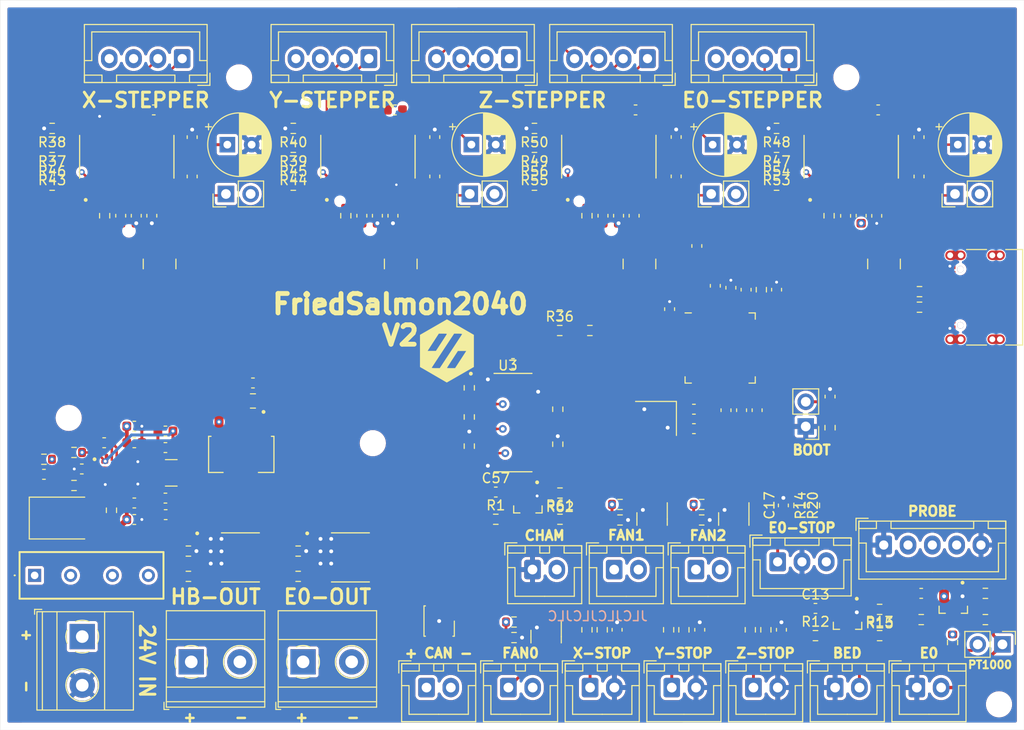
<source format=kicad_pcb>
(kicad_pcb (version 20211014) (generator pcbnew)
  (layers (0 "F.Cu" mixed) (1 "In1.Cu" mixed) (2 "In2.Cu" mixed) (31 "B.Cu" mixed) (34 "B.Paste" user) (35 "F.Paste" user) (36 "B.SilkS" user "B.Silkscreen") (37 "F.SilkS" user "F.Silkscreen") (38 "B.Mask" user) (39 "F.Mask" user) (44 "Edge.Cuts" user))
  (net 0 "")
  (net 1 "GND")
  (net 2 "+3.3V")
  (net 3 "+5V")
  (net 4 "Net-(C12-Pad1)")
  (net 5 "Net-(C15-Pad1)")
  (net 6 "Net-(C16-Pad1)")
  (net 7 "Net-(C17-Pad1)")
  (net 8 "HB_THERM")
  (net 9 "VCC")
  (net 10 "E0_THERM")
  (net 11 "PROBE_DET")
  (net 12 "PROBE_SRV")
  (net 13 "HB_PWM")
  (net 14 "XDIR")
  (net 15 "XSTP")
  (net 16 "YSTP")
  (net 17 "ZSTP")
  (net 18 "XEN")
  (net 19 "YDIR")
  (net 20 "YEN")
  (net 21 "ZDIR")
  (net 22 "ZEN")
  (net 23 "E0DIR")
  (net 24 "E0EN")
  (net 25 "E0STP")
  (net 26 "UART_RX")
  (net 27 "E0_PWM")
  (net 28 "UART_TX")
  (net 29 "FAN2_PWM")
  (net 30 "FAN1_PWM")
  (net 31 "FAN0_PWM")
  (net 32 "Net-(C56-Pad1)")
  (net 33 "HB")
  (net 34 "E0")
  (net 38 "Net-(C47-Pad1)")
  (net 39 "FAN0")
  (net 42 "Net-(C51-Pad2)")
  (net 43 "Net-(C52-Pad1)")
  (net 44 "FAN1")
  (net 45 "Net-(D6-Pad3)")
  (net 46 "Net-(J3-Pad1)")
  (net 47 "Net-(F1-Pad1)")
  (net 48 "Net-(J4-Pad2)")
  (net 49 "Net-(J7-Pad2)")
  (net 50 "Net-(J16-Pad2)")
  (net 51 "X-OA2")
  (net 52 "X-OA1")
  (net 53 "X-OB1")
  (net 54 "X-OB2")
  (net 55 "Y-OA2")
  (net 56 "Y-OA1")
  (net 57 "Y-OB1")
  (net 58 "Y-OB2")
  (net 59 "Z-OA2")
  (net 60 "Z-OA1")
  (net 61 "Z-OB1")
  (net 62 "Z-OB2")
  (net 63 "Net-(C21-Pad2)")
  (net 64 "Net-(C22-Pad1)")
  (net 65 "Net-(C22-Pad2)")
  (net 66 "Net-(C23-Pad2)")
  (net 67 "Net-(C24-Pad1)")
  (net 68 "Net-(C24-Pad2)")
  (net 69 "Net-(C29-Pad1)")
  (net 70 "Net-(C30-Pad1)")
  (net 71 "Net-(C35-Pad2)")
  (net 72 "Net-(C36-Pad1)")
  (net 73 "Net-(C36-Pad2)")
  (net 74 "Net-(C37-Pad2)")
  (net 75 "Net-(C38-Pad1)")
  (net 76 "Net-(C38-Pad2)")
  (net 77 "Net-(C43-Pad1)")
  (net 78 "Net-(C44-Pad1)")
  (net 79 "Net-(D5-Pad3)")
  (net 80 "E0-OA2")
  (net 81 "Net-(C5-Pad2)")
  (net 82 "Net-(JP2-Pad1)")
  (net 83 "Net-(JP3-Pad1)")
  (net 84 "Net-(JP4-Pad1)")
  (net 85 "Net-(Q1-Pad1)")
  (net 86 "Net-(Q2-Pad1)")
  (net 87 "Net-(Q3-Pad1)")
  (net 88 "Net-(R40-Pad1)")
  (net 89 "Net-(R44-Pad1)")
  (net 90 "Net-(R50-Pad1)")
  (net 113 "Net-(JP5-Pad1)")
  (net 114 "FAN2")
  (net 115 "Net-(D4-Pad3)")
  (net 116 "Net-(J3-Pad2)")
  (net 117 "Net-(J11-Pad1)")
  (net 118 "Net-(R16-Pad1)")
  (net 119 "Net-(R18-Pad1)")
  (net 121 "Net-(R34-Pad1)")
  (net 122 "Net-(R35-Pad1)")
  (net 123 "Net-(R38-Pad1)")
  (net 124 "Net-(R43-Pad1)")
  (net 125 "Net-(R45-Pad2)")
  (net 126 "Net-(R46-Pad2)")
  (net 127 "Net-(R48-Pad1)")
  (net 128 "Net-(R53-Pad1)")
  (net 129 "Net-(R54-Pad2)")
  (net 130 "Net-(R55-Pad1)")
  (net 131 "Net-(R56-Pad2)")
  (net 132 "Net-(J14-Pad2)")
  (net 133 "Net-(J15-Pad2)")
  (net 134 "E0-OA1")
  (net 135 "XSTOP")
  (net 136 "YSTOP")
  (net 137 "ZSTOP")
  (net 138 "E0STOP")
  (net 139 "XENR")
  (net 140 "YENR")
  (net 141 "E0ENR")
  (net 142 "ZENR")
  (net 143 "XSTPR")
  (net 144 "XDIRR")
  (net 145 "YSTPR")
  (net 146 "YDIRR")
  (net 147 "ZSTPR")
  (net 148 "ZDIRR")
  (net 149 "E0STPR")
  (net 150 "E0DIRR")
  (net 151 "Net-(JP6-Pad2)")
  (net 152 "D+")
  (net 153 "Net-(J12-Pad1)")
  (net 155 "SD3")
  (net 156 "CLK")
  (net 157 "SD0")
  (net 158 "SD2")
  (net 159 "SD1")
  (net 160 "CS")
  (net 161 "D-")
  (net 163 "Net-(C7-Pad1)")
  (net 164 "Net-(J13-Pad1)")
  (net 165 "E0-OB1")
  (net 166 "CANXD+")
  (net 167 "CANXD-")
  (net 168 "CHAM_THERM")
  (net 169 "E0-OB2")
  (net 170 "Net-(U10-Pad21)")
  (net 171 "Net-(C3-Pad1)")
  (net 172 "Net-(C10-Pad2)")
  (net 173 "Net-(C61-Pad1)")
  (net 174 "Net-(C61-Pad2)")
  (net 175 "Net-(L1-Pad1)")
  (net 176 "Net-(R4-Pad1)")
  (footprint "Resistor_SMD:R_0603_1608Metric" (layer "F.Cu") (at 155.225 116.425)
    (fp_text reference "R61")
    (fp_text value "2.37K")
  )
  (footprint "Resistor_SMD:R_0603_1608Metric" (layer "F.Cu") (at 152.6 78.15 180)
    (fp_text reference "R49")
    (fp_text value "20K")
  )
  (footprint "Capacitor_SMD:C_0603_1608Metric" (layer "F.Cu") (at 123.65 102.4)
    (fp_text reference "C8" hide)
    (fp_text value "0.1uF" hide)
  )
  (footprint "Capacitor_SMD:C_0603_1608Metric" (layer "F.Cu") (at 111.45 106.85)
    (fp_text reference "C9" hide)
    (fp_text value "4.7uF" hide)
  )
  (footprint "LM61460:IC_LM61460AANRJRR" (layer "F.Cu") (at 110.2625 111.65)
    (fp_text reference "U2" hide)
    (fp_text value "LM61460AANRJRR" hide)
  )
  (footprint "Capacitor_SMD:C_0603_1608Metric" (layer "F.Cu") (at 169.3 88.3 90)
    (fp_text reference "C56" hide)
    (fp_text value "0.1uF" hide)
  )
  (footprint "ul_USB4105-GF-A:USB4105-GF-A" (layer "F.Cu") (at 198.81 93.58 90)
    (fp_text reference "J2" hide)
    (fp_text value "USB4105-GF-A" hide)
  )
  (footprint "FDS8896:SOIC127P600X175-8N" (layer "F.Cu") (at 122.3625 120.35)
    (fp_text reference "U4" hide)
    (fp_text value "FDS8896" hide)
  )
  (footprint "Capacitor_SMD:C_0603_1608Metric" (layer "F.Cu") (at 178.2 115 90)
    (fp_text reference "C17")
    (fp_text value "0.1uF")
  )
  (footprint "Capacitor_SMD:C_0603_1608Metric" (layer "F.Cu") (at 114.65 114.25 180)
    (fp_text reference "C59" hide)
    (fp_text value "22uF" hide)
  )
  (footprint "AMS1117-3.3:SOT229P700X180-4N" (layer "F.Cu") (at 122.45 109.749 180)
    (fp_text reference "U1" hide)
    (fp_text value "AMS1117-3.3" hide)
  )
  (footprint "Resistor_SMD:R_0603_1608Metric" (layer "F.Cu") (at 161.4 116.5 180)
    (fp_text reference "R29" hide)
    (fp_text value "20K" hide)
  )
  (footprint "Resistor_SMD:R_0603_1608Metric" (layer "F.Cu") (at 128.3 122.3 180)
    (fp_text reference "R18" hide)
    (fp_text value "10R" hide)
  )
  (footprint "Resistor_SMD:R_0603_1608Metric" (layer "F.Cu") (at 169.8 116.5 180)
    (fp_text reference "R31" hide)
    (fp_text value "20K" hide)
  )
  (footprint "Capacitor_SMD:C_0603_1608Metric" (layer "F.Cu") (at 113.45 74.3 180)
    (fp_text reference "C19" hide)
    (fp_text value "0.1uF" hide)
  )
  (footprint "Resistor_SMD:R_0603_1608Metric" (layer "F.Cu") (at 161.4 114.9 180)
    (fp_text reference "R28" hide)
    (fp_text value "10R" hide)
  )
  (footprint "Resistor_SMD:R_Array_Convex_4x0603" (layer "F.Cu") (at 114.05 90.15 -90)
    (fp_text reference "RN1" hide)
    (fp_text value "100R" hide)
  )
  (footprint "Resistor_SMD:R_0603_1608Metric" (layer "F.Cu") (at 158 127.8 90)
    (fp_text reference "R10" hide)
    (fp_text value "100R" hide)
  )
  (footprint "Resistor_SMD:R_0603_1608Metric" (layer "F.Cu") (at 155 108.7 -90)
    (fp_text reference "R6" hide)
    (fp_text value "10K" hide)
  )
  (footprint "Resistor_SMD:R_0603_1608Metric" (layer "F.Cu") (at 103 78.15 180)
    (fp_text reference "R37")
    (fp_text value "20K")
  )
  (footprint "Capacitor_SMD:C_0603_1608Metric" (layer "F.Cu") (at 106.05 111.25 180)
    (fp_text reference "C3" hide)
    (fp_text value "1uF" hide)
  )
  (footprint "Package_TO_SOT_SMD:SOT-23" (layer "F.Cu") (at 164.7 116.4 -90)
    (fp_text reference "Q2" hide)
    (fp_text value "AO3400C" hide)
  )
  (footprint "Connector_JST:JST_XH_B2B-XH-A_1x02_P2.50mm_Vertical" (layer "F.Cu") (at 175.12156 133.74496)
    (fp_text reference "J9" hide)
    (fp_text value "Z-ENDSTOP" hide)
  )
  (footprint "Resistor_SMD:R_0603_1608Metric" (layer "F.Cu") (at 117.0125 119.7 180)
    (fp_text reference "R17" hide)
    (fp_text value "20K" hide)
  )
  (footprint "BAV99:DIO_BAV99" (layer "F.Cu") (at 195.675 125.45 -90)
    (fp_text reference "D5" hide)
    (fp_text value "BAV99" hide)
  )
  (footprint "Resistor_SMD:R_0603_1608Metric" (layer "F.Cu") (at 198.975 126.75)
    (fp_text reference "R32" hide)
    (fp_text value "2.37K" hide)
  )
  (footprint "Capacitor_SMD:C_0603_1608Metric" (layer "F.Cu") (at 174.366666 92.8 -90)
    (fp_text reference "C51" hide)
    (fp_text value "2.2uF" hide)
  )
  (footprint "Resistor_SMD:R_0603_1608Metric" (layer "F.Cu") (at 145.9 102.9 -90)
    (fp_text reference "R9" hide)
    (fp_text value "10K" hide)
  )
  (footprint "Inductor_SMD:L_1210_3225Metric" (layer "F.Cu") (at 115.25 111.65)
    (fp_text reference "L1" hide)
    (fp_text value "4.7uH" hide)
  )
  (footprint "Capacitor_SMD:C_0603_1608Metric" (layer "F.Cu") (at 178 127.8 90)
    (fp_text reference "C16" hide)
    (fp_text value "0.1uF" hide)
  )
  (footprint "Capacitor_SMD:C_0603_1608Metric" (layer "F.Cu") (at 161.25 85.187348 -90)
    (fp_text reference "C44" hide)
    (fp_text value "0.1uF" hide)
  )
  (footprint "Capacitor_SMD:C_0603_1608Metric" (layer "F.Cu") (at 172.3 105.2 -90)
    (fp_text reference "C50" hide)
    (fp_text value "0.1uF" hide)
  )
  (footprint "Resistor_SMD:R_0603_1608Metric" (layer "F.Cu") (at 155 105.1 -90)
    (fp_text reference "R3" hide)
    (fp_text value "10K" hide)
  )
  (footprint "Capacitor_SMD:C_0603_1608Metric" (layer "F.Cu") (at 192.375 124.05)
    (fp_text reference "C18" hide)
    (fp_text value "0.1uF" hide)
  )
  (footprint "74HCT365D_653:SOIC127P600X175-16N" (layer "F.Cu") (at 150.395 106.475)
    (fp_text reference "U3")
    (fp_text value "74HCT365D,653")
  )
  (footprint "Resistor_SMD:R_0603_1608Metric" (layer "F.Cu") (at 176.4 127.8 -90)
    (fp_text reference "R24" hide)
    (fp_text value "10K" hide)
  )
  (footprint "Capacitor_SMD:C_0603_1608Metric" (layer "F.Cu") (at 111.45 114.75)
    (fp_text reference "C2" hide)
    (fp_text value "100nF" hide)
  )
  (footprint "Connector_JST:JST_XH_B2B-XH-A_1x02_P2.50mm_Vertical" (layer "F.Cu") (at 183.52208 133.7448)
    (fp_text reference "J7" hide)
    (fp_text value "BED" hide)
  )
  (footprint "Resistor_SMD:R_0603_1608Metric" (layer "F.Cu") (at 152.6 80.1 180)
    (fp_text reference "R55")
    (fp_text value "0.11R")
  )
  (footprint "Resistor_SMD:R_0603_1608Metric" (layer "F.Cu") (at 152.6 82.05)
    (fp_text reference "R56")
    (fp_text value "0.11R")
  )
  (footprint "Capacitor_SMD:C_0603_1608Metric" (layer "F.Cu") (at 134.85 85.187348 -90)
    (fp_text reference "C24" hide)
    (fp_text value "22nF" hide)
  )
  (footprint "Package_TO_SOT_SMD:SOT-23" (layer "F.Cu") (at 153.8 128.5 -90)
    (fp_text reference "Q1" hide)
    (fp_text value "AO3400C" hide)
  )
  (footprint "Capacitor_SMD:C_0603_1608Metric" (layer "F.Cu") (at 181.5 125.6)
    (fp_text reference "C13")
    (fp_text value "0.1uF")
  )
  (footprint "TRA_KiCad_Footprints:VoronLogo_6pt5mm_silkScreen" (layer "F.Cu") (at 143.6 99.1)
    (fp_text reference "G***" hide)
    (fp_text value "LOGO" hide)
  )
  (footprint "TMC2226:SOP65P640X120-29N" (layer "F.Cu") (at 160.25 79.1075 90)
    (fp_text reference "U9" hide)
    (fp_text value "TMC2226-SA-T" hide)
  )
  (footprint "Resistor_SMD:R_Array_Convex_4x0603" (layer "F.Cu") (at 163.4 90.15 -90)
    (fp_text reference "RN3" hide)
    (fp_text value "100R" hide)
  )
  (footprint "Resistor_SMD:R_0603_1608Metric" (layer "F.Cu") (at 133.2 85.187348 90)
    (fp_text reference "R42" hide)
    (fp_text value "20K" hide)
  )
  (footprint "MountingHole:MountingHole_2.1mm" (layer "F.Cu") (at 104.7026 105.9948)
    (fp_text reference "REF**" hide)
    (fp_text value "MountingHole_2.1mm" hide)
  )
  (footprint "Connector_PinHeader_2.54mm:PinHeader_1x02_P2.54mm_Vertical" (layer "F.Cu") (at 120.875 82.95 90)
    (fp_text reference "JP2" hide)
    (fp_text value "X-DIAG" hide)
  )
  (footprint "Capacitor_SMD:C_0603_1608Metric" (layer "F.Cu") (at 172.8 92.6 90)
    (fp_text reference "C55" hide)
    (fp_text value "0.1uF" hide)
  )
  (footprint "Resistor_SMD:R_0603_1608Metric" (layer "F.Cu") (at 105.25 112.95 180)
    (fp_text reference "R63" hide)
    (fp_text value "25K" hide)
  )
  (footprint "Resistor_SMD:R_0603_1608Metric" (layer "F.Cu") (at 127.8 82.05)
    (fp_text reference "R45")
    (fp_text value "0.11R")
  )
  (footprint "Resistor_SMD:R_0603_1608Metric" (layer "F.Cu") (at 181.5 128.4)
    (fp_text reference "R12")
    (fp_text value "2.37K")
  )
  (footprint "TerminalBlock_Phoenix:TerminalBlock_Phoenix_MKDS-1,5-2_1x02_P5.00mm_Horizontal" (layer "F.Cu") (at 117.305 131.1)
    (fp_text reference "J14" hide)
    (fp_text value "HB" hide)
  )
  (footprint "Resistor_SMD:R_0603_1608Metric" (layer "F.Cu") (at 188.1 125.7 180)
    (fp_text reference "R15")
    (fp_text value "4.7K")
  )
  (footprint "Resistor_SMD:R_0603_1608Metric" (layer "F.Cu") (at 192.2 93)
    (fp_text reference "R58" hide)
    (fp_text value "22R" hide)
  )
  (footprint "Capacitor_SMD:C_0603_1608Metric" (layer "F.Cu") (at 167.175 77.0875 90)
    (fp_text reference "C41" hide)
    (fp_text value "0.1uF" hide)
  )
  (footprint "Resistor_SMD:R_0603_1608Metric" (layer "F.Cu") (at 174.8 127.8 90)
    (fp_text reference "R22" hide)
    (fp_text value "100R" hide)
  )
  (footprint "Capacitor_SMD:C_0603_1608Metric" (layer "F.Cu") (at 114.65 107.35 180)
    (fp_text reference "C58" hide)
    (fp_text value "22uF" hide)
  )
  (footprint "Capacitor_SMD:C_0603_1608Metric" (layer "F.Cu") (at 162.85 85.187348 90)
    (fp_text reference "C37" hide)
    (fp_text value "0.1uF" hide)
  )
  (footprint "Resistor_SMD:R_Array_Convex_4x0603" (layer "F.Cu") (at 188.55 90.15 -90)
    (fp_text reference "RN4" hide)
    (fp_text value "100R" hide)
  )
  (footprint "Resistor_SMD:R_0603_1608Metric" (layer "F.Cu") (at 159.57052 127.8 -90)
    (fp_text reference "R11" hide)
    (fp_text value "10K" hide)
  )
  (footprint "Capacitor_SMD:C_0603_1608Metric" (layer "F.Cu") (at 150.395 100.4 180)
    (fp_text reference "C14" hide)
    (fp_text value "0.1uF" hide)
  )
  (footprint "Connector_JST:JST_XH_B2B-XH-A_1x02_P2.50mm_Vertical" (layer "F.Cu") (at 169.2026 121.6048)
    (fp_text reference "J13" hide)
    (fp_text value "FAN2" hide)
  )
  (footprint "Capacitor_THT:CP_Radial_D6.3mm_P2.50mm" (layer "F.Cu") (at 196.140021 77.873413)
    (fp_text reference "C45" hide)
    (fp_text value "100uF" hide)
  )
  (footprint "Resistor_SMD:R_0603_1608Metric" (layer "F.Cu") (at 148.625 116.425)
    (fp_text reference "R1")
    (fp_text value "2.37K")
  )
  (footprint "Diode_SMD:D_SMB" (layer "F.Cu") (at 104.2 116.3)
    (fp_text reference "D2" hide)
    (fp_text value "S5BBF" hide)
  )
  (footprint "Capacitor_SMD:C_0603_1608Metric" (layer "F.Cu") (at 148.625 113.625)
    (fp_text reference "C57")
    (fp_text value "0.1uF")
  )
  (footprint "Resistor_SMD:R_0603_1608Metric" (layer "F.Cu") (at 105.25 109.55)
    (fp_text reference "R5" hide)
    (fp_text value "100K" hide)
  )
  (footprint "Connector_JST:JST_XH_B4B-XH-A_1x04_P2.50mm_Vertical" (layer "F.Cu") (at 116.375 69.02 180)
    (fp_text reference "J17" hide)
    (fp_text value "X-STEPPER" hide)
  )
  (footprint "Resistor_SMD:R_0603_1608Metric" (layer "F.Cu") (at 103 80.1 180)
    (fp_text reference "R43")
    (fp_text value "0.11R")
  )
  (footprint "Capacitor_SMD:C_0603_1608Metric" (layer "F.Cu") (at 177.5 92.8 90)
    (fp_text reference "C52" hide)
    (fp_text value "2.2uF" hide)
  )
  (footprint "TMC2226:SOP65P640X120-29N" (layer "F.Cu") (at 185.175 79.118413 90)
    (fp_text reference "U8" hide)
    (fp_text value "TMC2226-SA-T" hide)
  )
  (footprint "Capacitor_SMD:C_0603_1608Metric" (layer "F.Cu") (at 169.6 127.8 90)
    (fp_text reference "C15" hide)
    (fp_text value "0.1uF" hide)
  )
  (footprint "Capacitor_THT:CP_Radial_D6.3mm_P2.50mm" (layer "F.Cu") (at 121.017621 77.875)
    (fp_text reference "C31" hide)
    (fp_text value "100uF" hide)
  )
  (footprint "Connector_JST:JST_XH_B3B-XH-A_1x03_P2.50mm_Vertical" (layer "F.Cu") (at 177.6126 120.8049)
    (fp_text reference "J10" hide)
    (fp_text value "E0-RUNOUT" hide)
  )
  (footprint "Connector_PinHeader_2.54mm:PinHeader_1x02_P2.54mm_Vertical" (layer "F.Cu") (at 195.85 82.948413 90)
    (fp_text reference "JP4" hide)
    (fp_text value "E0-DIAG" hide)
  )
  (footprint "Capacitor_SMD:C_0603_1608Metric" (layer "F.Cu") (at 117.4 77.1 90)
    (fp_text reference "C25" hide)
    (fp_text value "0.1uF" hide)
  )
  (footprint "Resistor_SMD:R_0603_1608Metric" (layer "F.Cu") (at 175.933332 92.8 90)
    (fp_text reference "R60" hide)
    (fp_text value "200R" hide)
  )
  (footprint "Resistor_SMD:R_Array_Convex_4x0603" (layer "F.Cu") (at 138.85 90.15 -90)
    (fp_text reference "RN2" hide)
    (fp_text value "100R" hide)
  )
  (footprint "Capacitor_SMD:C_0603_1608Metric" (layer "F.Cu") (at 186.2 85.187348 -90)
    (fp_text reference "C43" hide)
    (fp_text value "0.1uF" hide)
  )
  (footprint "Resistor_SMD:R_0603_1608Metric" (layer "F.Cu") (at 177.5 78.15 180)
    (fp_text reference "R47")
    (fp_text value "20K")
  )
  (footprint "Capacitor_SMD:C_0603_1608Metric" (layer "F.Cu") (at 117.4 81.15 -90)
    (fp_text reference "C26" hide)
    (fp_text value "0.1uF" hide)
  )
  (footprint "MountingHole:MountingHole_2.1mm" (layer "F.Cu") (at 184.6776 70.9448)
    (fp_text reference "REF**" hide)
    (fp_text value "MountingHole_2.1mm" hide)
  )
  (footprint "TerminalBlock_Phoenix:TerminalBlock_Phoenix_MKDS-1,5-2_1x02_P5.00mm_Horizontal" (layer "F.Cu") (at 106.095 128.5 -90)
    (fp_text reference "J1" hide)
    (fp_text value "24V IN" hide)
  )
  (footprint "Resistor_SMD:R_0603_1608Metric" (layer "F.Cu") (at 128.3 119.7 180)
    (fp_text reference "R19" hide)
    (fp_text value "20K" hide)
  )
  (footprint "Capacitor_SMD:C_0603_1608Metric" (layer "F.Cu") (at 138.25 74.3 180)
    (fp_text reference "C20" hide)
    (fp_text value "0.1uF" hide)
  )
  (footprint "Package_DFN_QFN:QFN-56-1EP_7x7mm_P0.4mm_EP3.2x3.2mm" (layer "F.Cu") (at 171.7 98.8)
    (fp_text reference "U10" hide)
    (fp_text value "RP2040" hide)
  )
  (footprint "Resistor_SMD:R_0603_1608Metric" (layer "F.Cu") (at 127.8 80.1 180)
    (fp_text reference "R44")
    (fp_text value "0.11R")
  )
  (footprint "Capacitor_SMD:C_0603_1608Metric" (layer "F.Cu") (at 136.45 85.187348 -90)
    (fp_text reference "C30" hide)
    (fp_text value "0.1uF" hide)
  )
  (footprint "Resistor_SMD:R_0603_1608Metric" (layer "F.Cu") (at 181.4 115 90)
    (fp_text reference "R14")
    (fp_text value "100R")
  )
  (footprint "FDS8896:SOIC127P600X175-8N" (layer "F.Cu") (at 133.675 120.35)
    (fp_text reference "U5" hide)
    (fp_text value "FDS8896" hide)
  )
  (footprint "Capacitor_SMD:C_0603_1608Metric" (layer "F.Cu") (at 110.05 85.187348 -90)
    (fp_text reference "C22" hide)
    (fp_text value "22nF" hide)
  )
  (footprint "Capacitor_SMD:C_0603_1608Metric" (layer "F.Cu") (at 142.35 81.143413 -90)
    (fp_text reference "C28" hide)
    (fp_text value "0.1uF" hide)
  )
  (footprint "Capacitor_SMD:C_0603_1608Metric" (layer "F.Cu") (at 187.95 74.3 180)
    (fp_text reference "C33" hide)
    (fp_text value "0.1uF" hide)
  )
  (footprint "Resistor_SMD:R_0603_1608Metric" (layer "F.Cu") (at 177.5 82.05)
    (fp_text reference "R54")
    (fp_text value "0.11R")
  )
  (footprint "Capacitor_SMD:C_0603_1608Metric" (layer "F.Cu") (at 114.65 109.05 180)
    (fp_text reference "C11" hide)
    (fp_text value "22uF" hide)
  )
  (footprint "Resistor_SMD:R_0603_1608Metric" (layer "F.Cu") (at 167.97104 127.8 -90)
    (fp_text reference "R23" hide)
    (fp_text value "10K" hide)
  )
  (footprint "Resistor_SMD:R_0603_1608Metric" (layer "F.Cu") (at 158 85.187348 90)
    (fp_text reference "R52" hide)
    (fp_text value "20K" hide)
  )
  (footprint "Connector_JST:JST_XH_B2B-XH-A_1x02_P2.50mm_Vertical" (layer "F.Cu") (at 158.32052 133.74488)
    (fp_text reference "J6" hide)
    (fp_text value "X-ENDSTOP" hide)
  )
  (footprint "Resistor_SMD:R_0603_1608Metric" (layer "F.Cu") (at 192.375 126.75)
    (fp_text reference "R25" hide)
    (fp_text value "2.37K" hide)
  )
  (footprint "Capacitor_SMD:C_0603_1608Metric" (layer "F.Cu") (at 192.15 81.148413 -90)
    (fp_text reference "C40" hide)
    (fp_text value "0.1uF" hide)
  )
  (footprint "Connector_JST:JST_XH_B2B-XH-A_1x02_P2.50mm_Vertical" (layer "F.Cu") (at 191.9226 133.74484)
    (fp_text reference "J16" hide)
    (fp_text value "E0" hide)
  )
  (footprint "Capacitor_SMD:C_0603_1608Metric" (layer "F.Cu") (at 167.175 81.1375 -90)
    (fp_text reference "C42" hide)
    (fp_text value "0.1uF" hide)
  )
  (footprint "Package_TO_SOT_SMD:SOT-23" (layer "F.Cu") (at 173.1 116.4 -90)
    (fp_text reference "Q3" hide)
    (fp_text value "AO3400C" hide)
  )
  (footprint "Capacitor_SMD:C_0603_1608Metric" (layer "F.Cu") (at 111.65 85.187348 -90)
    (fp_text reference "C29" hide)
    (fp_text value "0.1uF" hide)
  )
  (footprint "Resistor_SMD:R_0603_1608Metric" (layer "F.Cu") (at 192.2 94.6)
    (fp_text reference "R59" hide)
    (fp_text value "22R" hide)
  )
  (footprint "Connector_JST:JST_XH_B2B-XH-A_1x02_P2.50mm_Vertical" (layer "F.Cu") (at 149.92 133.745)
    (fp_text reference "J11" hide)
    (fp_text value "FAN0" hide)
  )
  (footprint "Capacitor_SMD:C_0603_1608Metric" (layer "F.Cu") (at 187.8 85.2 90)
    (fp_text reference "C35" hide)
    (fp_text value "0.1uF" hide)
  )
  (footprint "Capacitor_SMD:C_0603_1608Metric" (layer "F.Cu") (at 171.2 92.4 90)
    (fp_text reference "C54" hide)
    (fp_text value "0.1uF" hide)
  )
  (footprint "Resistor_SMD:R_0603_1608Metric" (layer "F.Cu") (at 169.8 114.9 180)
    (fp_text reference "R30" hide)
    (fp_text value "10R" hide)
  )
  (footprint "Resistor_SMD:R_0603_1608Metric" (layer "F.Cu") (at 166.4 127.8 90)
    (fp_text reference "R21" hide)
    (fp_text value "100R" hide)
  )
  (footprint "Resistor_SMD:R_0603_1608Metric" (layer "F.Cu") (at 150.5 128.6 180)
    (fp_text reference "R27" hide)
    (fp_text value "20K" hide)
  )
  (footprint "Capacitor_SMD:C_0603_1608Metric" (layer "F.Cu") (at 183 103.8 -90)
    (fp_text reference "C5" hide)
    (fp_text value "0.1uF" hide)
  )
  (footprint "Resistor_SMD:R_0603_1608Metric" (layer "F.Cu") (at 145.9 108.9 -90)
    (fp_text reference "R7" hide)
    (fp_text value "10K" hide)
  )
  (footprint "01000063Z:01000063Z" (layer "F.Cu") (at 101.2 122.2)
    (fp_text reference "F1" hide)
    (fp_text value "20A" hide)
  )
  (footprint "Capacitor_THT:CP_Radial_D6.3mm_P2.50mm" (layer "F.Cu") (at 170.925 77.875)
    (fp_text reference "C46" hide)
    (fp_text value "100uF" hide)
  )
  (footprint "BAV99:DIO_BAV99" (layer "F.Cu") (at 151.925 115.125 -90)
    (fp_text reference "D6" hide)
    (fp_text value "BAV99" hide)
  )
  (footprint "W25Q16JVUXIQ:SON50P300X200X60-9N" (layer "F.Cu") (at 167.9 91.3)
    (fp_text reference "U11" hide)
    (fp_text value "W25Q16JVUXIQ" hide)
  )
  (footprint "TMC2226:SOP65P640X120-29N" (layer "F.Cu") (at 135.475 79.113413 90)
    (fp_text reference "U7" hide)
    (fp_text value "TMC2226-SA-T" hide)
  )
  (footprint "Capacitor_SMD:C_0603_1608Metric" (layer "F.Cu") (at 192.15 77.098413 90)
    (fp_text reference "C39" hide)
    (fp_text value "0.1uF" hide)
  )
  (footprint "Resistor_SMD:R_0603_1608Metric" (layer "F.Cu") (at 103 82.05)
    (fp_text reference "R46")
    (fp_text value "0.11R")
  )
  (footprint "Resistor_SMD:R_0603_1608Metric" (layer "F.Cu") (at 179.8 115 -90)
    (fp_text reference "R20")
    (fp_text value "10K")
  )
  (footprint "Connector_JST:JST_XH_B4B-XH-A_1x04_P2.50mm_Vertical" (layer "F.Cu") (at 178.775 69.02 180)
    (fp_text reference "J20" hide)
    (fp_text value "E0-STEPPER" hide)
  )
  (footprint "Connector_PinHeader_2.54mm:PinHeader_1x02_P2.54mm_Vertical" (layer "F.Cu") (at 200.73 129.3 -90)
    (fp_text reference "JP6" hide)
    (fp_text value "PT1000" hide)
  )
  (footprint "Capacitor_SMD:C_0805_2012Metric" (layer "F.Cu") (at 123.65 104.25)
    (fp_text reference "C6" hide)
    (fp_text value "22uF" hide)
  )
  (footprint "Connector_JST:JST_XH_B4B-XH-A_1x04_P2.50mm_Vertical" (layer "F.Cu") (at 164.225 69.02 180)
    (fp_text reference "J21" hide)
    (fp_text value "ZB-STEPPER" hide)
  )
  (footprint "Resistor_SMD:R_0603_1608Metric" (layer "F.Cu") (at 158.3 97)
    (fp_text reference "R34" hide)
    (fp_text value "100R" hide)
  )
  (footprint "Resistor_SMD:R_0603_1608Metric" (layer "F.Cu") (at 102.15625 110.25)
    (fp_text reference "R64" hide)
    (fp_text value "1K" hide)
  )
  (footprint "Resistor_SMD:R_0603_1608Metric" (layer "F.Cu") (at 150.5 127 180)
    (fp_text reference "R26" hide)
    (fp_text value "10R" hide)
  )
  (footprint "Connector_JST:JST_XH_B2B-XH-A_1x02_P2.50mm_Vertical" (layer "F.Cu") (at 141.5 133.745)
    (fp_text reference "J3" hide)
    (fp_text value "CAN" hide)
  )
  (footprint "Resistor_SMD:R_0603_1608Metric" (layer "F.Cu") (at 177.5 80.1 180)
    (fp_text reference "R53")
    (fp_text value "0.11R")
  )
  (footprint "Resistor_SMD:R_0603_1608Metric" (layer "F.Cu") (at 127.8 76.2 180)
    (fp_text reference "R40")
    (fp_text value "20K")
  )
  (footprint "MountingHole:MountingHole_2.1mm" (layer "F.Cu") (at 135.9776 108.5948)
    (fp_text reference "REF**" hide)
    (fp_text value "MountingHole_2.1mm" hide)
  )
  (footprint "Resistor_SMD:R_0603_1608Metric" (layer "F.Cu") (at 152.6 76.2 180)
    (fp_text reference "R50")
    (fp_text value "20K")
  )
  (footprint "MountingHole:MountingHole_2.1mm" (layer "F.Cu") (at 200.3776 135.4698)
    (fp_text reference "REF**" hide)
    (fp_text value "MountingHole_2.1mm" hide)
  )
  (footprint "Capacitor_SMD:C_0603_1608Metric" (layer "F.Cu") (at 166.5 94.8 90)
    (fp_text reference "C53" hide)
    (fp_text value "0.1uF" hide)
  )
  (footprint "Capacitor_SMD:C_0603_1608Metric" (layer "F.Cu") (at 169 107.1 180)
    (fp_text reference "C47" hide)
    (fp_text value "10pF" hide)
  )
  (footprint "Capacitor_SMD:C_0603_1608Metric" (layer "F.Cu") (at 173.9 105.2 -90)
    (fp_text reference "C48" hide)
    (fp_text value "2.2uF" hide)
  )
  (footprint "Capacitor_SMD:C_0603_1608Metric" (layer "F.Cu") (at 142.35 77.093413 90)
    (fp_text reference "C27" hide)
    (fp_text value "0.1uF" hide)
  )
  (footprint "Connector_JST:JST_XH_B2B-XH-A_1x02_P2.50mm_Vertical" (layer "F.Cu") (at 152.4 121.6)
    (fp_text reference "J4" hide)
    (fp_text value "CHAM" hide)
  )
  (footprint "Capacitor_SMD:C_0603_1608Metric" (layer "F.Cu") (at 159.65 85.187348 -90)
    (fp_text reference "C38" hide)
    (fp_text value "22nF" hide)
  )
  (footprint "Resistor_SMD:R_0603_1608Metric" (layer "F.Cu") (at 188.1 128.4)
    (fp_text reference "R13")
    (fp_text value "2.37K")
  )
  (footprint "Capacitor_SMD:C_0603_1608Metric" (layer "F.Cu") (at 111.45 116.45)
    (fp_text reference "C1" hide)
    (fp_text value "4.7uF" hide)
  )
  (footprint "Capacitor_SMD:C_0603_1608Metric" (layer "F.Cu") (at 163 74.3 180)
    (fp_text reference "C34" hide)
    (fp_text value "0.1uF" hide)
  )
  (footprint "Resistor_SMD:R_0603_1608Metric" (layer "F.Cu") (at 145.9 105.9 90)
    (fp_text reference "R8" hide)
    (fp_text value "10K" hide)
  )
  (footprint "Connector_JST:JST_XH_B2B-XH-A_1x02_P2.50mm_Vertical" (layer "F.Cu") (at 166.72104 133.74492)
    (fp_text reference "J8" hide)
    (fp_text value "Y-ENDSTOP" hide)
  )
  (footprint "Resistor_SMD:R_0603_1608Metric" (layer "F.Cu") (at 155.225 113.725 180)
    (fp_text reference "R62")
    (fp_text value "4.7K")
  )
  (footprint "Resistor_SMD:R_0603_1608Metric" (layer "F.Cu") (at 155.2 95.4)
    (fp_text reference "R35" hide)
    (fp_text value "100R" hide)
  )
  (footprint "Capacitor_THT:CP_Radial_D6.3mm_P2.50mm" (layer "F.Cu") (at 146.117621 77.868413)
    (fp_text reference "C32" hide)
    (fp_text value "100uF" hide)
  )
  (footprint "Resistor_SMD:R_0603_1608Metric" (layer "F.Cu") (at 103 76.2 180)
    (fp_text reference "R38")
    (fp_text value "20K")
  )
  (footprint "Resistor_SMD:R_0603_1608Metric" (layer "F.Cu") (at 117.0125 122.3 180)
    (fp_text reference "R16" hide)
    (fp_text value "10R" hide)
  )
  (footprint "Capacitor_SMD:C_0603_1608Metric" (layer "F.Cu") (at 169 105.1)
    (fp_text reference "C7" hide)
    (fp_text value "10pF" hide)
  )
  (footprint "Capacitor_SMD:C_0603_1608Metric" (layer "F.Cu") (at 102.15625 111.8)
    (fp_text reference "C61" hide)
    (fp_text value "22pF" hide)
  )
  (footprint "Package_DFN_QFN:DFN-8-1EP_3x3mm_P0.65mm_EP1.55x2.4mm" (layer "F.Cu") (at 142.8 126.9 -90)
    (fp_text reference "U12" hide)
    (fp_text value "TJA1051TK-3" hide)
  )
  (footprint "BAV99:DIO_BAV99" (layer "F.Cu") (at 184.8 127.1 -90)
    (fp_text reference "D4" hide)
    (fp_text value "BAV99" hide)
  )
  (footprint "Resistor_SMD:R_0603_1608Metric" (layer "F.Cu") (at 155.2 97)
    (fp_text reference "R36")
    (fp_text value "1K" hide)
  )
  (footprint "Capacitor_SMD:C_0603_1608Metric" (layer "F.Cu") (at 184.6 85.2 -90)
    (fp_text reference "C36" hide)
    (fp_text value "22nF" hide)
  )
  (footprint "Connector_PinHeader_2.54mm:PinHeader_1x02_P2.54mm_Vertical" (layer "F.Cu") (at 145.95 82.943413 90)
    (fp_text reference "JP3" hide)
    (fp_text value "Y-DIAG" hide)
  )
  (footprint "TMC2226:SOP65P640X120-29N" (layer "F.Cu") (at 110.675 79.12 90)
    (fp_text reference "U6" hide)
    (fp_text value "TMC2226-SA-T" hide)
  )
  (footprint "TerminalBlock_Phoenix:TerminalBlock_Phoenix_MKDS-1,5-2_1x02_P5.00mm_Horizontal" (layer "F.Cu") (at 128.805 131.1)
    (fp_text reference "J15" hide)
    (fp_text value "E0" hide)
  )
  (footprint "Resistor_SMD:R_0603_1608Metric" (layer "F.Cu") (at 183 107 -90)
    (fp_text reference "R2" hide)
    (fp_text value "10K" hide)
  )
  (footprint "Capacitor_SMD:C_0603_1608Metric" (layer "F.Cu") (at 111.45 108.55)
    (fp_text reference "C4" hide)
    (fp_text value "100nF" hide)
  )
  (footprint "Capacitor_SMD:C_0603_1608Metric" (layer "F.Cu") (at 114.675 115.95 180)
    (fp_text reference "C60" hide)
    (fp_text value "22uF" hide)
  )
  (footprint "Resistor_SMD:R_0603_1608Metric" (layer "F.Cu") (at 198.975 124.05 180)
    (fp_text reference "R33" hide)
    (fp_text value "4.7K" hide)
  )
  (footprint "Capacitor_SMD:C_0603_1608Metric" (layer "F.Cu") (at 108.35 108.55)
    (fp_text reference "C10" hide)
    (fp_text value "0.1uF" hide)
  )
  (footprint "Oscillator:Oscillator_SMD_SeikoEpson_SG8002CE-4Pin_3.2x2.5mm" (layer "F.Cu") (at 165.1 106.05 180)
    (fp_text reference "Y1" hide)
    (fp_text value "12MHz" hide)
  )
  (footprint "Resistor_SMD:R_0603_1608Metric" (layer "F.Cu") (at 108.4 85.187348 90)
    (fp_text reference "R41" hide)
    (fp_text value "20K" hide)
  )
  (footprint "Capacitor_SMD:C_0603_1608Metric" (layer "F.Cu") (at 161.1 127.8 90)
    (fp_text reference "C12" hide)
    (fp_text value "0.1uF" hide)
  )
  (footprint "Capacitor_SMD:C_0603_1608Metric" (layer "F.Cu") (at 175.5 105.2 -90)
    (fp_text reference "C49" hide)
    (fp_text value "0.1uF" hide)
  )
  (footprint "Resistor_SMD:R_0603_1608Metric" (layer "F.Cu") (at 195.6 129.1 90)
    (fp_text reference "R57" hide)
    (fp_text value "4.7K" hide)
  )
  (footprint "Connector_PinHeader_2.54mm:PinHeader_1x02_P2.54mm_Vertical" (layer "F.Cu") (at 170.775 82.95 90)
    (fp_text reference "JP5" hide)
    (fp_text value "Z-DIAG" hide)
  )
  (footprint "Connector_JST:JST_XH_B5B-XH-A_1x05_P2.50mm_Vertical" (layer "F.Cu") (at 188.52 119.075)
    (fp_text reference "J5" hide)
    (fp_text value "PROBE" hide)
  )
  (footprint "Resistor_SMD:R_0603_1608Metric" (layer "F.Cu") (at 182.9 85.187348 90)
    (fp_text reference "R51" hide)
    (fp_text value "20K" hide)
  )
  (footprint "Resistor_SMD:R_0603_1608Metric" (layer "F.Cu") (at 177.5 76.2 180)
    (fp_text reference "R48")
    (fp_text value "20K")
  )
  (footprint "Resistor_SMD:R_0603_1608Metric" (layer "F.Cu") (at 127.8 78.15 180)
    (fp_text reference "R39")
    (fp_text value "20K")
  )
  (footprint "Capacitor_SMD:C_0603_1608Metric" (layer "F.Cu") (at 138.05 85.187348 90)
    (fp_text reference "C23" hide)
    (fp_text value "0.1uF" hide)
  )
  (footprint "MountingHole:MountingHole_2.1mm" (layer "F.Cu") (at 122.2276 70.9448)
    (fp_text reference "REF**" hide)
    (fp_text value "MountingHole_2.1mm" hide)
  )
  (footprint "Connector_JST:JST_XH_B4B-XH-A_1x04_P2.50mm_Vertical" (layer "F.Cu") (at 150.025 69.02 180)
    (fp_text reference "J19" hide)
    (fp_text value "ZA-STEPPER" hide)
  )
  (footprint "Connector_JST:JST_XH_B4B-XH-A_1x04_P2.50mm_Vertical" (layer "F.Cu") (at 135.575 69.02 180)
    (fp_text reference "J18" hide)
    (fp_text value "Y-STEPPER" hide)
  )
  (footprint "Capacitor_SMD:C_0603_1608Metric" (layer "F.Cu") (at 113.25 85.187348 90)
    (fp_text reference "C21" hide)
    (fp_text value "0.1uF" hide)
  )
  (footprint "Connector_PinHeader_2.54mm:PinHeader_1x02_P2.54mm_Vertical" (layer "F.Cu") (at 180.5 106.875 180)
    (fp_text reference "JP1" hide)
    (fp_text value "RUN" hide)
  )
  (footprint "Resistor_SMD:R_0603_1608Metric" (layer "F.Cu") (at 109.1 115.5 -90)
    (fp_text reference "R4" hide)
    (fp_text value "25K" hide)
  )
  (footprint "Connector_JST:JST_XH_B2B-XH-A_1x02_P2.50mm_Vertical" (layer "F.Cu") (at 160.8 121.6048)
    (fp_text reference "J12" hide)
    (fp_text value "FAN1" hide)
  )
  (gr_line (start 97.65 63.0052) (end 97.65 138.1) (layer "Edge.Cuts") (width 0.0254))
  (gr_line (start 202.9526 63) (end 97.65 63.0052) (layer "Edge.Cuts") (width 0.0254))
  (gr_line (start 202.9526 138.0948) (end 202.9526 63) (layer "Edge.Cuts") (width 0.0254))
  (gr_line (start 97.65 138.1) (end 202.9526 138.0948) (layer "Edge.Cuts") (width 0.0254))
  (gr_text "JLCJLCJLCJLC" (at 159.1 126.4) (layer "B.SilkS") (effects (font (size 1 1)) (justify mirror)))
  (gr_text "CHAM" (at 153.65 118.1) (layer "F.SilkS") (effects (font (size 1 1) (thickness 0.25))))
  (gr_text "Z-STOP" (at 176.37156 130.2) (layer "F.SilkS") (effects (font (size 1 1) (thickness 0.25))))
  (gr_text "BOOT" (at 181.1 109.3) (layer "F.SilkS") (effects (font (size 1 1) (thickness 0.25))))
  (gr_text "+	  -" (at 131.305 136.8) (layer "F.SilkS") (effects (font (size 1 1) (thickness 0.25))))
  (gr_text "FAN2" (at 170.4526 118.1) (layer "F.SilkS") (effects (font (size 1 1) (thickness 0.25))))
  (gr_text "24V IN" (at 112.75 131 270) (layer "F.SilkS") (effects (font (size 1.5 1.5) (thickness 0.3))))
  (gr_text "FAN0" (at 151.17 130.2) (layer "F.SilkS") (effects (font (size 1 1) (thickness 0.25))))
  (gr_text "E0" (at 193.1726 130.2) (layer "F.SilkS") (effects (font (size 1 1) (thickness 0.25))))
  (gr_text "+	  -" (at 119.805 136.8) (layer "F.SilkS") (effects (font (size 1 1) (thickness 0.25))))
  (gr_text "PT1000" (at 199.45 131.4) (layer "F.SilkS") (effects (font (size 0.8 0.8) (thickness 0.2))))
  (gr_text "+ CAN -" (at 142.75 130.2) (layer "F.SilkS") (effects (font (size 1 1) (thickness 0.25))))
  (gr_text "Y-STOP" (at 167.97104 130.2) (layer "F.SilkS") (effects (font (size 1 1) (thickness 0.25))))
  (gr_text "HB-OUT" (at 119.805 124.4) (layer "F.SilkS") (effects (font (size 1.5 1.5) (thickness 0.3))))
  (gr_text "Z-STEPPER" (at 153.425 73.295) (layer "F.SilkS") (effects (font (size 1.5 1.5) (thickness 0.3))))
  (gr_text "X-STOP" (at 159.57052 130.2) (layer "F.SilkS") (effects (font (size 1 1) (thickness 0.25))))
  (gr_text "Y-STEPPER" (at 131.825 73.295) (layer "F.SilkS") (effects (font (size 1.5 1.5) (thickness 0.3))))
  (gr_text "X-STEPPER" (at 112.625 73.295) (layer "F.SilkS") (effects (font (size 1.5 1.5) (thickness 0.3))))
  (gr_text "+	  -" (at 100.4 131 270) (layer "F.SilkS") (effects (font (size 1 1) (thickness 0.25))))
  (gr_text "BED" (at 184.77208 130.2) (layer "F.SilkS") (effects (font (size 1 1) (thickness 0.25))))
  (gr_text "FAN1" (at 162.05 118.07) (layer "F.SilkS") (effects (font (size 1 1) (thickness 0.25))))
  (gr_text "E0-STOP" (at 180.1126 117.3) (layer "F.SilkS") (effects (font (size 1 1) (thickness 0.25))))
  (gr_text "E0-OUT" (at 131.305 124.4) (layer "F.SilkS") (effects (font (size 1.5 1.5) (thickness 0.3))))
  (gr_text "E0-STEPPER" (at 175.025 73.295) (layer "F.SilkS") (effects (font (size 1.5 1.5) (thickness 0.3))))
  (gr_text "FriedSalmon2040\nV2\n" (at 138.8 95.9) (layer "F.SilkS") (effects (font (size 2 2) (thickness 0.5))))
  (gr_text "PROBE" (at 193.52 115.6) (layer "F.SilkS") (effects (font (size 1 1) (thickness 0.25))))
  (segment (start 112.225 110.0875) (end 111.8125 110.5) (width 0.3) (layer "F.Cu") (net 1))
  (segment (start 166.3 107) (end 168.35 107) (width 0.3) (layer "F.Cu") (net 1))
  (segment (start 149.44 100.4) (end 147.81 102.03) (width 0.3) (layer "F.Cu") (net 1))
  (segment (start 151.325 128.6) (end 151.8125 128.6) (width 0.3) (layer "F.Cu") (net 1))
  (segment (start 123.517621 77.875) (end 122.292621 79.1) (width 0.25) (layer "F.Cu") (net 1))
  (segment (start 142.35 78.130913) (end 142.35 79.143413) (width 0.25) (layer "F.Cu") (net 1))
  (segment (start 171.1125 116.5) (end 172.15 115.4625) (width 0.3) (layer "F.Cu") (net 1))
  (segment (start 172.3 105.975) (end 175.5 105.975) (width 0.3) (layer "F.Cu") (net 1))
  (segment (start 108.3625 112.95) (end 106.075 112.95) (width 0.3) (layer "F.Cu") (net 1))
  (segment (start 117.4 80.1125) (end 117.4 79.1) (width 0.25) (layer "F.Cu") (net 1))
  (segment (start 142.35 79.143413) (end 142.35 80.105913) (width 0.25) (layer "F.Cu") (net 1))
  (segment (start 110.35 76.24) (end 110.35 78.795) (width 0.25) (layer "F.Cu") (net 1))
  (segment (start 119.8875 120.9) (end 119.8875 119.725) (width 0.5) (layer "F.Cu") (net 1))
  (segment (start 142.4 79.093413) (end 147.392621 79.093413) (width 0.25) (layer "F.Cu") (net 1))
  (segment (start 112.225 106.85) (end 112.225 110.0875) (width 0.3) (layer "F.Cu") (net 1))
  (segment (start 108.4625 112.85) (end 108.275 113.0375) (width 0.3) (layer "F.Cu") (net 1))
  (segment (start 109.7 82) (end 109.7 80.095) (width 0.25) (layer "F.Cu") (net 1))
  (segment (start 162.7125 116.5) (end 163.75 115.4625) (width 0.3) (layer "F.Cu") (net 1))
  (segment (start 124.425 102.4) (end 124.425 106.089) (width 0.3) (layer "F.Cu") (net 1))
  (segment (start 192.248413 79.1) (end 192.15 79.198413) (width 0.25) (layer "F.Cu") (net 1))
  (segment (start 172.2125 79.0875) (end 173.425 77.875) (width 0.25) (layer "F.Cu") (net 1))
  (segment (start 149.4 113.7) (end 150.125 112.975) (width 0.3) (layer "F.Cu") (net 1))
  (segment (start 108.275 113.0375) (end 108.275 115.5) (width 0.3) (layer "F.Cu") (net 1))
  (segment (start 167.175 79.0875) (end 172.2125 79.0875) (width 0.25) (layer "F.Cu") (net 1))
  (segment (start 170.625 116.5) (end 171.1125 116.5) (width 0.3) (layer "F.Cu") (net 1))
  (segment (start 113.875 109.05) (end 113.2625 109.05) (width 0.3) (layer "F.Cu") (net 1))
  (segment (start 159.275 81.9875) (end 159.275 80.0825) (width 0.25) (layer "F.Cu") (net 1))
  (segment (start 151.825 112.975) (end 152.875 114.025) (width 0.3) (layer "F.Cu") (net 1))
  (segment (start 193.15 124.05) (end 193.9 123.3) (width 0.3) (layer "F.Cu") (net 1))
  (segment (start 113.2625 114.25) (end 111.8125 112.8) (width 0.3) (layer "F.Cu") (net 1))
  (segment (start 167.175 80.1) (end 167.175 79.0875) (width 0.25) (layer "F.Cu") (net 1))
  (segment (start 122.292621 79.1) (end 117.4 79.1) (width 0.25) (layer "F.Cu") (net 1))
  (segment (start 153.9 103.3) (end 154.8 104.2) (width 0.25) (layer "F.Cu") (net 1))
  (segment (start 131.2 120.985) (end 131.2 119.7) (width 0.5) (layer "F.Cu") (net 1))
  (segment (start 113.6 82) (end 113.6 80.760843) (width 0.3) (layer "F.Cu") (net 1))
  (segment (start 108.4625 112.85) (end 108.3625 112.95) (width 0.3) (layer "F.Cu") (net 1))
  (segment (start 147.765 102.075) (end 145.9 102.075) (width 0.3) (layer "F.Cu") (net 1))
  (segment (start 195.575 123.3) (end 196.625 124.35) (width 0.3) (layer "F.Cu") (net 1))
  (segment (start 145.9 106.725) (end 145.9 108.075) (width 0.3) (layer "F.Cu") (net 1))
  (segment (start 192.15 80.110913) (end 192.15 78.135913) (width 0.25) (layer "F.Cu") (net 1))
  (segment (start 151.775 76.2) (end 151.775 81.875) (width 0.25) (layer "F.Cu") (net 1))
  (segment (start 119.1875 119.7) (end 118.0125 119.7) (width 0.5) (layer "F.Cu") (net 1))
  (segment (start 114.9 82) (end 114.9 80.7) (width 0.3) (layer "F.Cu") (net 1))
  (segment (start 114.9 80.7) (end 113.32 79.12) (width 0.3) (layer "F.Cu") (net 1))
  (segment (start 193.9 123.3) (end 195.575 123.3) (width 0.3) (layer "F.Cu") (net 1))
  (segment (start 159.925 76.2275) (end 159.925 78.7825) (width 0.25) (layer "F.Cu") (net 1))
  (segment (start 117.4 79.1) (end 117.4 78.1375) (width 0.25) (layer "F.Cu") (net 1))
  (segment (start 143.775 128.45) (end 143.775 127.275) (width 0.3) (layer "F.Cu") (net 1))
  (segment (start 102.175 76.2) (end 102.175 81.875) (width 0.25) (layer "F.Cu") (net 1))
  (segment (start 113.875 107.35) (end 113.875 109.05) (width 0.3) (layer "F.Cu") (net 1))
  (segment (start 113.6 80.760843) (end 111.959157 79.12) (width 0.3) (layer "F.Cu") (net 1))
  (segment (start 198.640021 77.873413) (end 197.413434 79.1) (width 0.25) (layer "F.Cu") (net 1))
  (segment (start 167.175 79.0875) (end 167.175 78.125) (width 0.25) (layer "F.Cu") (net 1))
  (segment (start 113.2625 109.05) (end 111.8125 110.5) (width 0.3) (layer "F.Cu") (net 1))
  (segment (start 135.15 76.233413) (end 135.15 78.788413) (width 0.25) (layer "F.Cu") (net 1))
  (segment (start 172.6 91.7) (end 171.2 91.7) (width 0.3) (layer "F.Cu") (net 1))
  (segment (start 184.85 76.238413) (end 184.85 78.748413) (width 0.25) (layer "F.Cu") (net 1))
  (segment (start 130.485 119.7) (end 129.2 119.7) (width 0.5) (layer "F.Cu") (net 1))
  (segment (start 147.392621 79.093413) (end 148.617621 77.868413) (width 0.25) (layer "F.Cu") (net 1))
  (segment (start 112.225 116.45) (end 112.225 113.2125) (width 0.3) (layer "F.Cu") (net 1))
  (segment (start 176.7 76.225) (end 176.7 81.85) (width 0.25) (layer "F.Cu") (net 1))
  (segment (start 112.225 113.2125) (end 111.8125 112.8) (width 0.3) (layer "F.Cu") (net 1))
  (segment (start 184.2 81.998413) (end 184.2 80.093413) (width 0.25) (layer "F.Cu") (net 1))
  (segment (start 143.125 125.35) (end 143.125 126.575) (width 0.3) (layer "F.Cu") (net 1))
  (segment (start 119.8875 119.725) (end 119.8875 118.445) (width 0.5) (layer "F.Cu") (net 1))
  (segment (start 151.8125 128.6) (end 152.85 127.5625) (width 0.3) (layer "F.Cu") (net 1))
  (segment (start 131.2 119.7) (end 131.2 118.445) (width 0.5) (layer "F.Cu") (net 1))
  (segment (start 150.125 112.975) (end 151.825 112.975) (width 0.3) (layer "F.Cu") (net 1))
  (segment (start 134.5 81.993413) (end 134.5 80.088413) (width 0.25) (layer "F.Cu") (net 1))
  (segment (start 108.275 115.5) (end 109.1 116.325) (width 0.3) (layer "F.Cu") (net 1))
  (segment (start 197.413434 79.1) (end 192.248413 79.1) (width 0.25) (layer "F.Cu") (net 1))
  (segment (start 113.875 114.25) (end 113.2625 114.25) (width 0.3) (layer "F.Cu") (net 1))
  (segment (start 184.7 124.95) (end 185.75 126) (width 0.3) (layer "F.Cu") (net 1))
  (segment (start 182.275 125.675) (end 183 124.95) (width 0.3) (layer "F.Cu") (net 1))
  (segment (start 113.9 115.95) (end 113.9 114.275) (width 0.3) (layer "F.Cu") (net 1))
  (segment (start 183 124.95) (end 184.7 124.95) (width 0.3) (layer "F.Cu") (net 1))
  (segment (start 152.98 103.3) (end 153.9 103.3) (width 0.25) (layer "F.Cu") (net 1))
  (segment (start 127 76.225) (end 127 81.85) (width 0.25) (layer "F.Cu") (net 1))
  (segment (start 162.225 116.5) (end 162.7125 116.5) (width 0.3) (layer "F.Cu") (net 1))
  (via (at 177.5 92.025) (size 0.6) (drill 0.3) (layers "F.Cu" "B.Cu") (net 1))
  (via (at 120.4125 119.725) (size 0.8) (drill 0.4) (layers "F.Cu" "B.Cu") (net 1))
  (via (at 196.625 124.35) (size 0.8) (drill 0.4) (layers "F.Cu" "B.Cu") (net 1))
  (via (at 119.3125 118.445) (size 0.8) (drill 0.4) (layers "F.Cu" "B.Cu") (net 1))
  (via (at 112.225 106.85) (size 0.6) (drill 0.3) (layers "F.Cu" "B.Cu") (net 1))
  (via (at 195.3242 96.78) (size 0.6) (drill 0.3) (layers "F.Cu" "B.Cu") (net 1))
  (via (at 138.05 85.962348) (size 0.8) (drill 0.4) (layers "F.Cu" "B.Cu") (net 1))
  (via (at 170.625 116.5) (size 0.8) (drill 0.4) (layers "F.Cu" "B.Cu") (net 1))
  (via (at 151.775 76.2) (size 0.8) (drill 0.4) (layers "F.Cu" "B.Cu") (net 1))
  (via (at 152.98 103.3) (size 0.8) (drill 0.4) (layers "F.Cu" "B.Cu") (net 1))
  (via (at 195.3242 90.38) (size 0.6) (drill 0.3) (layers "F.Cu" "B.Cu") (net 1))
  (via (at 120.4125 118.445) (size 0.8) (drill 0.4) (layers "F.Cu" "B.Cu") (net 1))
  (via (at 131.7 119.725) (size 0.8) (drill 0.4) (layers "F.Cu" "B.Cu") (net 1))
  (via (at 126.975 76.2) (size 0.8) (drill 0.4) (layers "F.Cu" "B.Cu") (net 1))
  (via (at 155 107.875) (size 0.8) (drill 0.4) (layers "F.Cu" "B.Cu") (net 1))
  (via (at 152.875 114.025) (size 0.6) (drill 0.3) (layers "F.Cu" "B.Cu") (net 1))
  (via (at 187.8 85.975) (size 0.6) (drill 0.3) (layers "F.Cu" "B.Cu") (net 1))
  (via (at 111.8125 112.8) (size 0.6) (drill 0.3) (layers "F.Cu" "B.Cu") (net 1))
  (via (at 178.2 114.225) (size 0.8) (drill 0.4) (layers "F.Cu" "B.Cu") (net 1))
  (via (at 113.25 85.962348) (size 0.8) (drill 0.4) (layers "F.Cu" "B.Cu") (net 1))
  (via (at 145.9 107.4) (size 0.8) (drill 0.4) (layers "F.Cu" "B.Cu") (net 1))
  (via (at 130.6 118.445) (size 0.8) (drill 0.4) (layers "F.Cu" "B.Cu") (net 1))
  (via (at 130.6 119.725) (size 0.8) (drill 0.4) (layers "F.Cu" "B.Cu") (net 1))
  (via (at 131.7 118.445) (size 0.8) (drill 0.4) (layers "F.Cu" "B.Cu") (net 1))
  (via (at 130.6 120.985) (size 0.8) (drill 0.4) (layers "F.Cu" "B.Cu") (net 1))
  (via (at 178 127.025) (size 0.8) (drill 0.4) (layers "F.Cu" "B.Cu") (net 1))
  (via (at 172.8 91.825) (size 0.6) (drill 0.3) (layers "F.Cu" "B.Cu") (net 1))
  (via (at 163.75 115.4625) (size 0.8) (drill 0.4) (layers "F.Cu" "B.Cu") (net 1))
  (via (at 129.125 119.7) (size 0.8) (drill 0.4) (layers "F.Cu" "B.Cu") (net 1))
  (via (at 169.6 127.025) (size 0.8) (drill 0.4) (layers "F.Cu" "B.Cu") (net 1))
  (via (at 119.3125 120.985) (size 0.8) (drill 0.4) (layers "F.Cu" "B.Cu") (net 1))
  (via (at 142.8 126.9) (size 0.8) (drill 0.4) (layers "F.Cu" "B.Cu") (net 1))
  (via (at 138.4 82) (size 0.5) (drill 0.25) (layers "F.Cu" "B.Cu") (net 1))
  (via (at 151.325 128.6) (size 0.8) (drill 0.4) (layers "F.Cu" "B.Cu") (net 1))
  (via (at 117.8375 119.7) (size 0.8) (drill 0.4) (layers "F.Cu" "B.Cu") (net 1))
  (via (at 185.75 126) (size 0.8) (drill 0.4) (layers "F.Cu" "B.Cu") (net 1))
  (via (at 105.275 111.25) (size 0.6) (drill 0.3) (layers "F.Cu" "B.Cu") (net 1))
  (via (at 152.85 127.5625) (size 0.8) (drill 0.4) (layers "F.Cu" "B.Cu") (net 1))
  (via (at 102.175 76.2) (size 0.8) (drill 0.4) (layers "F.Cu" "B.Cu") (net 1))
  (via (at 172.15 115.4625) (size 0.8) (drill 0.4) (layers "F.Cu" "B.Cu") (net 1))
  (via (at 147.81 110.92) (size 0.8) (drill 0.4) (layers "F.Cu" "B.Cu") (net 1))
  (via (at 176.675 76.2) (size 0.8) (drill 0.4) (layers "F.Cu" "B.Cu") (net 1))
  (via (at 163.9 105.1) (size 0.8) (drill 0.4) (layers "F.Cu" "B.Cu") (net 1))
  (via (at 162.225 116.5) (size 0.8) (drill 0.4) (layers "F.Cu" "B.Cu") (net 1))
  (via (at 111.8125 110.5) (size 0.6) (drill 0.3) (layers "F.Cu" "B.Cu") (net 1))
  (via (at 112.225 116.45) (size 0.6) (drill 0.3) (layers "F.Cu" "B.Cu") (net 1))
  (via (at 147.81 102.03) (size 0.8) (drill 0.4) (layers "F.Cu" "B.Cu") (net 1))
  (via (at 166.5 94.025) (size 0.6) (drill 0.3) (layers "F.Cu" "B.Cu") (net 1))
  (via (at 166.3 107) (size 0.8) (drill 0.4) (layers "F.Cu" "B.Cu") (net 1))
  (via (at 183 103.025) (size 0.8) (drill 0.4) (layers "F.Cu" "B.Cu") (net 1))
  (via (at 161.1 127.025) (size 0.8) (drill 0.4) (layers "F.Cu" "B.Cu") (net 1))
  (via (at 131.7 120.985) (size 0.8) (drill 0.4) (layers "F.Cu" "B.Cu") (net 1))
  (via (at 108.4625 112.85) (size 0.6) (drill 0.3) (layers "F.Cu" "B.Cu") (net 1))
  (via (at 120.4125 120.985) (size 0.8) (drill 0.4) (layers "F.Cu" "B.Cu") (net 1))
  (via (at 119.3125 119.725) (size 0.8) (drill 0.4) (layers "F.Cu" "B.Cu") (net 1))
  (segment (start 195.775 125.4) (end 197.525 125.4) (width 0.3) (layer "F.Cu") (net 2))
  (segment (start 171.2 93.3) (end 172.6 93.3) (width 0.3) (layer "F.Cu") (net 2))
  (segment (start 154.4 114.4) (end 154.4 113.725) (width 0.3) (layer "F.Cu") (net 2))
  (segment (start 186.5 127.15) (end 187.275 126.375) (width 0.3) (layer "F.Cu") (net 2))
  (segment (start 152.125 115.175) (end 153.625 115.175) (width 0.3) (layer "F.Cu") (net 2))
  (segment (start 122.875 105.979) (end 122.45 106.404) (width 0.5) (layer "F.Cu") (net 2))
  (segment (start 197.525 125.4) (end 198.15 124.775) (width 0.3) (layer "F.Cu") (net 2))
  (segment (start 175.5 104.425) (end 172.3 104.425) (width 0.3) (layer "F.Cu") (net 2))
  (segment (start 185 127.15) (end 186.5 127.15) (width 0.3) (layer "F.Cu") (net 2))
  (segment (start 122.875 102.4) (end 122.875 105.979) (width 0.5) (layer "F.Cu") (net 2))
  (segment (start 183.85 126) (end 185 127.15) (width 0.3) (layer "F.Cu") (net 2))
  (segment (start 198.15 124.775) (end 198.15 124.05) (width 0.3) (layer "F.Cu") (net 2))
  (segment (start 187.275 126.375) (end 187.275 125.7) (width 0.3) (layer "F.Cu") (net 2))
  (segment (start 194.725 124.35) (end 195.775 125.4) (width 0.3) (layer "F.Cu") (net 2))
  (segment (start 174.366666 92.025) (end 175.883332 92.025) (width 0.3) (layer "F.Cu") (net 2))
  (segment (start 153.625 115.175) (end 154.4 114.4) (width 0.3) (layer "F.Cu") (net 2))
  (segment (start 150.975 114.025) (end 152.125 115.175) (width 0.3) (layer "F.Cu") (net 2))
  (via (at 195.6 128.275) (size 0.8) (drill 0.4) (layers "F.Cu" "B.Cu") (net 2))
  (via (at 194.725 124.35) (size 0.8) (drill 0.4) (layers "F.Cu" "B.Cu") (net 2))
  (segment (start 116.65 111.65) (end 115.45 112.85) (width 0.3) (layer "F.Cu") (net 3))
  (segment (start 116.65 111.65) (end 115.425 110.425) (width 0.3) (layer "F.Cu") (net 3))
  (segment (start 107.575 108.55) (end 107.575 109.5625) (width 0.25) (layer "F.Cu") (net 3))
  (segment (start 115.45 112.85) (end 115.45 115.95) (width 0.3) (layer "F.Cu") (net 3))
  (segment (start 106.075 109.55) (end 107.5625 109.55) (width 0.25) (layer "F.Cu") (net 3))
  (segment (start 107.5625 109.55) (end 107.575 109.5625) (width 0.3) (layer "F.Cu") (net 3))
  (segment (start 115.425 110.425) (end 115.425 107.35) (width 0.3) (layer "F.Cu") (net 3))
  (segment (start 107.575 109.5625) (end 108.4625 110.45) (width 0.25) (layer "F.Cu") (net 3))
  (segment (start 151.35 100.4) (end 152.98 102.03) (width 0.3) (layer "F.Cu") (net 3))
  (via (at 102.98125 110.25) (size 0.6) (drill 0.3) (layers "F.Cu" "B.Cu") (net 3))
  (via (at 108.4625 110.45) (size 0.6) (drill 0.3) (layers "F.Cu" "B.Cu") (net 3))
  (via (at 115.425 107.35) (size 0.6) (drill 0.3) (layers "F.Cu" "B.Cu") (net 3))
  (via (at 106.075 109.55) (size 0.6) (drill 0.3) (layers "F.Cu" "B.Cu") (net 3))
  (via (at 120.16 106.404) (size 0.6) (drill 0.3) (layers "F.Cu" "B.Cu") (net 3))
  (segment (start 115.425 107.35) (end 115.025 107.75) (width 0.3) (layer "B.Cu") (net 3))
  (segment (start 115.025 107.75) (end 111.1625 107.75) (width 0.3) (layer "B.Cu") (net 3))
  (segment (start 111.1625 107.75) (end 108.4625 110.45) (width 0.3) (layer "B.Cu") (net 3))
  (segment (start 158.32052 129.875) (end 159.57052 128.625) (width 0.3) (layer "F.Cu") (net 4))
  (segment (start 158.32052 133.74488) (end 158.32052 129.875) (width 0.3) (layer "F.Cu") (net 4))
  (segment (start 158 128.625) (end 161.05 128.625) (width 0.3) (layer "F.Cu") (net 4))
  (segment (start 166.72104 129.875) (end 167.97104 128.625) (width 0.3) (layer "F.Cu") (net 5))
  (segment (start 166.4 128.625) (end 169.55 128.625) (width 0.3) (layer "F.Cu") (net 5))
  (segment (start 166.72104 133.74492) (end 166.72104 129.875) (width 0.3) (layer "F.Cu") (net 5))
  (segment (start 175.12156 129.90344) (end 176.4 128.625) (width 0.3) (layer "F.Cu") (net 6))
  (segment (start 174.8 128.625) (end 177.95 128.625) (width 0.3) (layer "F.Cu") (net 6))
  (segment (start 175.12156 133.74496) (end 175.12156 129.90344) (width 0.3) (layer "F.Cu") (net 6))
  (segment (start 177.6126 118.0124) (end 179.8 115.825) (width 0.3) (layer "F.Cu") (net 7))
  (segment (start 177.6126 120.8049) (end 177.6126 118.0124) (width 0.3) (layer "F.Cu") (net 7))
  (segment (start 178.2 115.775) (end 181.35 115.775) (width 0.3) (layer "F.Cu") (net 7))
  (segment (start 147.85 113.625) (end 147.85 116.375) (width 0.3) (layer "F.Cu") (net 8))
  (segment (start 180.725 125.6) (end 180.725 128.35) (width 0.3) (layer "F.Cu") (net 8))
  (segment (start 121.017621 77.875) (end 118.95 77.875) (width 0.3) (layer "F.Cu") (net 9))
  (segment (start 109.6375 113.25) (end 110.5625 113.25) (width 0.25) (layer "F.Cu") (net 9))
  (segment (start 192.15 76.323413) (end 193.7 77.873413) (width 0.25) (layer "F.Cu") (net 9))
  (segment (start 116.35 77.375) (end 117.4 76.325) (width 0.25) (layer "F.Cu") (net 9))
  (segment (start 117.4 81.925) (end 116.35 80.875) (width 0.25) (layer "F.Cu") (net 9))
  (segment (start 107.75 75.090884) (end 107.880384 74.9605) (width 0.35) (layer "F.Cu") (net 9))
  (segment (start 110.675 116.45) (end 110.675 113.1375) (width 0.4) (layer "F.Cu") (net 9))
  (segment (start 118.95 77.875) (end 117.4 76.325) (width 0.3) (layer "F.Cu") (net 9))
  (segment (start 167.175 81.9125) (end 166.125 80.8625) (width 0.25) (layer "F.Cu") (net 9))
  (segment (start 192.15 81.923413) (end 191.1 80.873413) (width 0.25) (layer "F.Cu") (net 9))
  (segment (start 109.9125 117.225) (end 110.6875 116.45) (width 0.6) (layer "F.Cu") (net 9))
  (segment (start 144.567621 76.318413) (end 146.117621 77.868413) (width 0.25) (layer "F.Cu") (net 9))
  (segment (start 142.35 76.318413) (end 144.567621 76.318413) (width 0.25) (layer "F.Cu") (net 9))
  (segment (start 116.35 80.875) (end 116.35 77.375) (width 0.25) (layer "F.Cu") (net 9))
  (segment (start 110.675 113.1375) (end 110.7125 113.1) (width 0.4) (layer "F.Cu") (net 9))
  (segment (start 193.7 77.873413) (end 196.140021 77.873413) (width 0.25) (layer "F.Cu") (net 9))
  (segment (start 169.3625 76.3125) (end 170.925 77.875) (width 0.25) (layer "F.Cu") (net 9))
  (segment (start 106.3625 116.3) (end 107.2875 117.225) (width 0.6) (layer "F.Cu") (net 9))
  (segment (start 110.675 106.85) (end 110.675 110.1625) (width 0.4) (layer "F.Cu") (net 9))
  (segment (start 166.125 77.3625) (end 167.175 76.3125) (width 0.25) (layer "F.Cu") (net 9))
  (segment (start 141.3 77.368413) (end 142.35 76.318413) (width 0.25) (layer "F.Cu") (net 9))
  (segment (start 191.1 80.873413) (end 191.1 77.373413) (width 0.25) (layer "F.Cu") (net 9))
  (segment (start 110.5625 113.25) (end 110.7125 113.1) (width 0.25) (layer "F.Cu") (net 9))
  (segment (start 141.3 80.868413) (end 141.3 77.368413) (width 0.25) (layer "F.Cu") (net 9))
  (segment (start 166.125 80.8625) (end 166.125 77.3625) (width 0.25) (layer "F.Cu") (net 9))
  (segment (start 142.35 81.918413) (end 141.3 80.868413) (width 0.25) (layer "F.Cu") (net 9))
  (segment (start 107.2875 117.225) (end 109.9125 117.225) (width 0.6) (layer "F.Cu") (net 9))
  (segment (start 110.675 110.1625) (end 110.7125 110.2) (width 0.4) (layer "F.Cu") (net 9))
  (segment (start 107.75 76.24) (end 107.75 75.090884) (width 0.35) (layer "F.Cu") (net 9))
  (segment (start 167.175 76.3125) (end 169.3625 76.3125) (width 0.25) (layer "F.Cu") (net 9))
  (segment (start 191.1 77.373413) (end 192.15 76.323413) (width 0.25) (layer "F.Cu") (net 9))
  (via (at 186.2 85.962348) (size 0.8) (drill 0.4) (layers "F.Cu" "B.Cu") (net 9))
  (via (at 111.65 85.962348) (size 0.8) (drill 0.4) (layers "F.Cu" "B.Cu") (net 9))
  (via (at 167.175 76.3125) (size 0.8) (drill 0.4) (layers "F.Cu" "B.Cu") (net 9))
  (via (at 136.45 85.962348) (size 0.8) (drill 0.4) (layers "F.Cu" "B.Cu") (net 9))
  (via (at 161.25 85.962348) (size 0.8) (drill 0.4) (layers "F.Cu" "B.Cu") (net 9))
  (via (at 142.35 76.318413) (size 0.8) (drill 0.4) (layers "F.Cu" "B.Cu") (net 9))
  (via (at 117.4 76.325) (size 0.8) (drill 0.4) (layers "F.Cu" "B.Cu") (net 9))
  (via (at 192.15 76.323413) (size 0.8) (drill 0.4) (layers "F.Cu" "B.Cu") (net 9))
  (via (at 107.880384 74.9605) (size 0.6) (drill 0.3) (layers "F.Cu" "B.Cu") (net 9))
  (via (at 110.675 116.45) (size 0.8) (drill 0.4) (layers "F.Cu" "B.Cu") (net 9))
  (via (at 110.675 106.85) (size 0.8) (drill 0.4) (layers "F.Cu" "B.Cu") (net 9))
  (segment (start 191.6 124.05) (end 191.6 126.7) (width 0.3) (layer "F.Cu") (net 10))
  (segment (start 152.98 109.65) (end 154.875 109.65) (width 0.3) (layer "F.Cu") (net 13))
  (segment (start 154.875 105.925) (end 153.69 107.11) (width 0.25) (layer "F.Cu") (net 27))
  (segment (start 145.9 105.075) (end 146.665 105.84) (width 0.3) (layer "F.Cu") (net 29))
  (segment (start 146.665 105.84) (end 147.81 105.84) (width 0.3) (layer "F.Cu") (net 29))
  (segment (start 145.9 109.725) (end 147.245 108.38) (width 0.3) (layer "F.Cu") (net 30))
  (segment (start 145.9 103.725) (end 146.325 103.3) (width 0.3) (layer "F.Cu") (net 31))
  (segment (start 146.325 103.3) (end 147.81 103.3) (width 0.3) (layer "F.Cu") (net 31))
  (segment (start 169.325 89.4) (end 169.325 90.525) (width 0.2) (layer "F.Cu") (net 32))
  (segment (start 116.1875 122.3) (end 116.1875 119.7) (width 0.3) (layer "F.Cu") (net 33))
  (segment (start 127.475 119.7) (end 127.475 122.3) (width 0.3) (layer "F.Cu") (net 34))
  (segment (start 169.775 105.1) (end 169.775 107.1) (width 0.3) (layer "F.Cu") (net 38))
  (segment (start 149.345 104.575) (end 147.815 104.575) (width 0.25) (layer "F.Cu") (net 39))
  (segment (start 149.675 128.6) (end 149.675 127) (width 0.3) (layer "F.Cu") (net 39))
  (via (at 149.345 104.575) (size 0.8) (drill 0.4) (layers "F.Cu" "B.Cu") (net 39))
  (via (at 149.675 127) (size 0.8) (drill 0.4) (layers "F.Cu" "B.Cu") (net 39))
  (segment (start 175.933332 93.625) (end 177.45 93.625) (width 0.3) (layer "F.Cu") (net 43))
  (segment (start 149.6 109.625) (end 147.835 109.625) (width 0.25) (layer "F.Cu") (net 44))
  (segment (start 160.575 114.9) (end 160.575 116.5) (width 0.3) (layer "F.Cu") (net 44))
  (via (at 149.6 109.625) (size 0.8) (drill 0.4) (layers "F.Cu" "B.Cu") (net 44))
  (via (at 160.575 114.9) (size 0.8) (drill 0.4) (layers "F.Cu" "B.Cu") (net 44))
  (segment (start 149.45 116.425) (end 154.4 116.425) (width 0.3) (layer "F.Cu") (net 45))
  (segment (start 188.925 128.4) (end 188.925 125.7) (width 0.3) (layer "F.Cu") (net 49))
  (segment (start 188.925 128.4) (end 186.02208 131.30292) (width 0.3) (layer "F.Cu") (net 49))
  (segment (start 186.02208 131.30292) (end 186.02208 133.7448) (width 0.3) (layer "F.Cu") (net 49))
  (segment (start 199.8 128.37) (end 200.73 129.3) (width 0.3) (layer "F.Cu") (net 50))
  (segment (start 199.8 126.75) (end 199.8 128.37) (width 0.3) (layer "F.Cu") (net 50))
  (segment (start 196.28516 133.74484) (end 194.4226 133.74484) (width 0.35) (layer "F.Cu") (net 50))
  (segment (start 200.73 129.3) (end 196.28516 133.74484) (width 0.35) (layer "F.Cu") (net 50))
  (segment (start 199.8 124.05) (end 199.8 126.75) (width 0.3) (layer "F.Cu") (net 50))
  (segment (start 108.4 75.4) (end 108.4 76.24) (width 0.25) (layer "F.Cu") (net 51))
  (segment (start 116.375 69.02) (end 113.845 71.55) (width 0.25) (layer "F.Cu") (net 51))
  (segment (start 113.845 71.55) (end 112.25 71.55) (width 0.25) (layer "F.Cu") (net 51))
  (segment (start 112.25 71.55) (end 108.4 75.4) (width 0.25) (layer "F.Cu") (net 51))
  (segment (start 111.395 71.5) (end 110.4 71.5) (width 0.25) (layer "F.Cu") (net 52))
  (segment (start 110.4 71.5) (end 106.45 75.45) (width 0.25) (layer "F.Cu") (net 52))
  (segment (start 113.875 69.02) (end 111.395 71.5) (width 0.25) (layer "F.Cu") (net 52))
  (segment (start 106.45 75.45) (end 106.45 76.24) (width 0.25) (layer "F.Cu") (net 52))
  (segment (start 106.45 81.1) (end 106.45 82) (width 0.25) (layer "F.Cu") (net 53))
  (segment (start 106.05 80.7) (end 106.45 81.1) (width 0.25) (layer "F.Cu") (net 53))
  (via (at 106.05 80.7) (size 0.6) (drill 0.3) (layers "F.Cu" "B.Cu") (net 53))
  (segment (start 135.575 69.025) (end 133.2 71.4) (width 0.25) (layer "F.Cu") (net 55))
  (segment (start 133.2 71.4) (end 133.2 76.233413) (width 0.25) (layer "F.Cu") (net 55))
  (segment (start 135.575 69.02) (end 135.575 69.025) (width 0.25) (layer "F.Cu") (net 55))
  (segment (start 131.25 70.845) (end 133.075 69.02) (width 0.25) (layer "F.Cu") (net 56))
  (segment (start 131.25 76.233413) (end 131.25 70.845) (width 0.25) (layer "F.Cu") (net 56))
  (segment (start 130.85 80.7) (end 131.25 81.1) (width 0.25) (layer "F.Cu") (net 57))
  (segment (start 131.25 81.1) (end 131.25 82) (width 0.25) (layer "F.Cu") (net 57))
  (via (at 130.85 80.7) (size 0.6) (drill 0.3) (layers "F.Cu" "B.Cu") (net 57))
  (segment (start 164.225 69.02) (end 164.225 69.025) (width 0.25) (layer "F.Cu") (net 59))
  (segment (start 164.225 69.025) (end 157.975 75.275) (width 0.25) (layer "F.Cu") (net 59))
  (segment (start 157.975 75.275) (end 157.975 76.2275) (width 0.25) (layer "F.Cu") (net 59))
  (segment (start 156.025 74.725) (end 156.025 76.2275) (width 0.25) (layer "F.Cu") (net 60))
  (segment (start 161.725 69.025) (end 156.025 74.725) (width 0.25) (layer "F.Cu") (net 60))
  (segment (start 161.725 69.02) (end 161.725 69.025) (width 0.25) (layer "F.Cu") (net 60))
  (segment (start 159.225 69.02) (end 157.634267 70.610733) (width 0.25) (layer "F.Cu") (net 61))
  (segment (start 157.634267 70.610733) (end 146.615733 70.610733) (width 0.25) (layer "F.Cu") (net 61))
  (segment (start 156 80.6) (end 156.05 80.65) (width 0.25) (layer "F.Cu") (net 61))
  (segment (start 156.05 80.65) (end 156.05 82) (width 0.25) (layer "F.Cu") (net 61))
  (segment (start 146.615733 70.610733) (end 145.025 69.02) (width 0.25) (layer "F.Cu") (net 61))
  (via (at 156 80.6) (size 0.6) (drill 0.3) (layers "F.Cu" "B.Cu") (net 61))
  (segment (start 142.525 69.02) (end 144.115733 67.429267) (width 0.25) (layer "F.Cu") (net 62))
  (segment (start 144.115733 67.429267) (end 155.134267 67.429267) (width 0.25) (layer "F.Cu") (net 62))
  (segment (start 155.134267 67.429267) (end 156.725 69.02) (width 0.25) (layer "F.Cu") (net 62))
  (segment (start 112.95 84.112348) (end 113.25 84.412348) (width 0.25) (layer "F.Cu") (net 63))
  (segment (start 112.95 82) (end 112.95 84.112348) (width 0.25) (layer "F.Cu") (net 63))
  (segment (start 111 83.462348) (end 110.05 84.412348) (width 0.25) (layer "F.Cu") (net 64))
  (segment (start 111 82) (end 111 83.462348) (width 0.25) (layer "F.Cu") (net 64))
  (segment (start 110.35 82.859531) (end 109.25 83.959531) (width 0.25) (layer "F.Cu") (net 65))
  (segment (start 110.35 82) (end 110.35 82.859531) (width 0.25) (layer "F.Cu") (net 65))
  (segment (start 109.25 85.162348) (end 110.05 85.962348) (width 0.25) (layer "F.Cu") (net 65))
  (segment (start 109.25 83.959531) (end 109.25 85.162348) (width 0.25) (layer "F.Cu") (net 65))
  (segment (start 137.75 81.993413) (end 137.75 84.112348) (width 0.25) (layer "F.Cu") (net 66))
  (segment (start 137.75 84.112348) (end 138.05 84.412348) (width 0.25) (layer "F.Cu") (net 66))
  (segment (start 135.8 81.993413) (end 135.8 83.462348) (width 0.25) (layer "F.Cu") (net 67))
  (segment (start 135.8 83.462348) (end 134.85 84.412348) (width 0.25) (layer "F.Cu") (net 67))
  (segment (start 134.05 83.871317) (end 134.05 85.162348) (width 0.25) (layer "F.Cu") (net 68))
  (segment (start 135.15 81.993413) (end 135.15 82.771317) (width 0.25) (layer "F.Cu") (net 68))
  (segment (start 134.05 85.162348) (end 134.85 85.962348) (width 0.25) (layer "F.Cu") (net 68))
  (segment (start 135.15 82.771317) (end 134.05 83.871317) (width 0.25) (layer "F.Cu") (net 68))
  (segment (start 111.65 82) (end 111.65 84.412348) (width 0.25) (layer "F.Cu") (net 69))
  (segment (start 136.45 84.412348) (end 136.45 81.993413) (width 0.25) (layer "F.Cu") (net 70))
  (segment (start 187.45 81.998413) (end 187.45 84.075) (width 0.3) (layer "F.Cu") (net 71))
  (segment (start 187.45 84.075) (end 187.8 84.425) (width 0.3) (layer "F.Cu") (net 71))
  (segment (start 185.5 83.525) (end 185.5 81.998413) (width 0.3) (layer "F.Cu") (net 72))
  (segment (start 184.6 84.425) (end 185.5 83.525) (width 0.3) (layer "F.Cu") (net 72))
  (segment (start 183.775 83.886672) (end 184.85 82.811672) (width 0.3) (layer "F.Cu") (net 73))
  (segment (start 183.775 85.15) (end 183.775 83.886672) (width 0.3) (layer "F.Cu") (net 73))
  (segment (start 184.85 82.811672) (end 184.85 81.998413) (width 0.3) (layer "F.Cu") (net 73))
  (segment (start 184.6 85.975) (end 183.775 85.15) (width 0.3) (layer "F.Cu") (net 73))
  (segment (start 162.85 84.412348) (end 162.5 84.412348) (width 0.25) (layer "F.Cu") (net 74))
  (segment (start 162.525 84.087348) (end 162.85 84.412348) (width 0.25) (layer "F.Cu") (net 74))
  (segment (start 162.525 81.9875) (end 162.525 84.087348) (width 0.25) (layer "F.Cu") (net 74))
  (segment (start 160.575 81.9875) (end 160.575 83.487348) (width 0.25) (layer "F.Cu") (net 75))
  (segment (start 160.575 83.487348) (end 159.65 84.412348) (width 0.25) (layer "F.Cu") (net 75))
  (segment (start 158.85 83.959531) (end 158.85 85.262348) (width 0.25) (layer "F.Cu") (net 76))
  (segment (start 158.85 85.262348) (end 159.55 85.962348) (width 0.25) (layer "F.Cu") (net 76))
  (segment (start 159.925 81.9875) (end 159.925 82.884531) (width 0.25) (layer "F.Cu") (net 76))
  (segment (start 159.925 82.884531) (end 158.85 83.959531) (width 0.25) (layer "F.Cu") (net 76))
  (segment (start 186.2 82.048413) (end 186.2 84.412348) (width 0.3) (layer "F.Cu") (net 77))
  (segment (start 161.25 84.412348) (end 160.9 84.412348) (width 0.25) (layer "F.Cu") (net 78))
  (segment (start 161.225 81.9875) (end 161.25 82.0125) (width 0.25) (layer "F.Cu") (net 78))
  (segment (start 161.25 82.0125) (end 161.25 84.412348) (width 0.25) (layer "F.Cu") (net 78))
  (segment (start 198.15 126.75) (end 193.2 126.75) (width 0.3) (layer "F.Cu") (net 79))
  (segment (start 182.9 75.3) (end 178.775 71.175) (width 0.25) (layer "F.Cu") (net 80))
  (segment (start 178.775 71.175) (end 178.775 69.02) (width 0.25) (layer "F.Cu") (net 80))
  (segment (start 182.9 76.238413) (end 182.9 75.3) (width 0.25) (layer "F.Cu") (net 80))
  (segment (start 183 104.575) (end 183 106.175) (width 0.3) (layer "F.Cu") (net 81))
  (segment (start 180.5 104.335) (end 182.86 104.335) (width 0.3) (layer "F.Cu") (net 81))
  (segment (start 115.9 82.325) (end 115.9 77.24) (width 0.25) (layer "F.Cu") (net 82))
  (segment (start 116.675 83.1) (end 115.9 82.325) (width 0.25) (layer "F.Cu") (net 82))
  (segment (start 115.9 77.24) (end 114.9 76.24) (width 0.25) (layer "F.Cu") (net 82))
  (segment (start 120.725 83.1) (end 116.675 83.1) (width 0.25) (layer "F.Cu") (net 82))
  (segment (start 140.85 77.193413) (end 139.89 76.233413) (width 0.25) (layer "F.Cu") (net 83))
  (segment (start 141.636827 83.093413) (end 140.85 82.306586) (width 0.25) (layer "F.Cu") (net 83))
  (segment (start 141.636827 83.093413) (end 145.8 83.093413) (width 0.25) (layer "F.Cu") (net 83))
  (segment (start 140.85 82.306586) (end 140.85 77.193413) (width 0.25) (layer "F.Cu") (net 83))
  (segment (start 195.7 83.098413) (end 191.436827 83.098413) (width 0.25) (layer "F.Cu") (net 84))
  (segment (start 190.65 82.311586) (end 190.65 77.488413) (width 0.25) (layer "F.Cu") (net 84))
  (segment (start 191.436827 83.098413) (end 190.65 82.311586) (width 0.25) (layer "F.Cu") (net 84))
  (segment (start 190.65 77.488413) (end 189.4 76.238413) (width 0.25) (layer "F.Cu") (net 84))
  (segment (start 151.925 126.4) (end 153.5875 126.4) (width 0.3) (layer "F.Cu") (net 85))
  (segment (start 153.5875 126.4) (end 154.75 127.5625) (width 0.3) (layer "F.Cu") (net 85))
  (segment (start 151.325 127) (end 151.925 126.4) (width 0.3) (layer "F.Cu") (net 85))
  (segment (start 162.75 114.375) (end 162.225 114.9) (width 0.3) (layer "F.Cu") (net 86))
  (segment (start 165.65 115.4625) (end 164.5625 114.375) (width 0.3) (layer "F.Cu") (net 86))
  (segment (start 164.5625 114.375) (end 162.75 114.375) (width 0.3) (layer "F.Cu") (net 86))
  (segment (start 174.05 115.4625) (end 172.9625 114.375) (width 0.3) (layer "F.Cu") (net 87))
  (segment (start 171.15 114.375) (end 170.625 114.9) (width 0.3) (layer "F.Cu") (net 87))
  (segment (start 172.9625 114.375) (end 171.15 114.375) (width 0.3) (layer "F.Cu") (net 87))
  (segment (start 128.9 80.05) (end 131.9 77.05) (width 0.25) (layer "F.Cu") (net 89))
  (segment (start 131.9 77.05) (end 131.9 76.24) (width 0.25) (layer "F.Cu") (net 89))
  (segment (start 165.675 82.4) (end 166.3625 83.0875) (width 0.25) (layer "F.Cu") (net 113))
  (segment (start 166.3625 83.0875) (end 170.6375 83.0875) (width 0.25) (layer "F.Cu") (net 113))
  (segment (start 164.515 76.2275) (end 165.675 77.3875) (width 0.25) (layer "F.Cu") (net 113))
  (segment (start 165.675 77.3875) (end 165.675 82.4) (width 0.25) (layer "F.Cu") (net 113))
  (segment (start 168.975 114.9) (end 168.975 116.5) (width 0.3) (layer "F.Cu") (net 114))
  (segment (start 149.345 107.125) (end 147.825 107.125) (width 0.25) (layer "F.Cu") (net 114))
  (via (at 168.975 114.9) (size 0.8) (drill 0.4) (layers "F.Cu" "B.Cu") (net 114))
  (via (at 149.345 107.125) (size 0.8) (drill 0.4) (layers "F.Cu" "B.Cu") (net 114))
  (segment (start 182.325 128.4) (end 187.275 128.4) (width 0.3) (layer "F.Cu") (net 115))
  (segment (start 149.92 133.745) (end 153.8 129.865) (width 0.3) (layer "F.Cu") (net 117))
  (segment (start 117.8375 122.3) (end 119.8425 122.3) (width 0.3) (layer "F.Cu") (net 118))
  (segment (start 129.125 122.3) (end 131.155 122.3) (width 0.3) (layer "F.Cu") (net 119))
  (segment (start 157.475 97) (end 156.025 97) (width 0.3) (layer "F.Cu") (net 121))
  (segment (start 154.375 97) (end 154.375 95.4) (width 0.3) (layer "F.Cu") (net 122))
  (segment (start 104.05 80.1) (end 107.1 77.05) (width 0.25) (layer "F.Cu") (net 124))
  (segment (start 107.1 77.05) (end 107.1 76.24) (width 0.25) (layer "F.Cu") (net 124))
  (segment (start 131.65 83.15) (end 129.55 83.15) (width 0.25) (layer "F.Cu") (net 125))
  (segment (start 128.8 82.4) (end 129.55 83.15) (width 0.25) (layer "F.Cu") (net 125))
  (segment (start 131.9 82.9) (end 131.65 83.15) (width 0.25) (layer "F.Cu") (net 125))
  (segment (start 131.9 82) (end 131.9 82.9) (width 0.25) (layer "F.Cu") (net 125))
  (segment (start 104 82.4) (end 104.75 83.15) (width 0.25) (layer "F.Cu") (net 126))
  (segment (start 107.1 82) (end 107.1 82.9) (width 0.25) (layer "F.Cu") (net 126))
  (segment (start 107.1 82.9) (end 106.85 83.15) (width 0.25) (layer "F.Cu") (net 126))
  (segment (start 106.85 83.15) (end 104.75 83.15) (width 0.25) (layer "F.Cu") (net 126))
  (segment (start 178.6 80.1) (end 181.6 77.1) (width 0.25) (layer "F.Cu") (net 128))
  (segment (start 181.6 77.1) (end 181.6 76.24) (width 0.25) (layer "F.Cu") (net 128))
  (segment (start 181.6 82) (end 181.6 82.9) (width 0.25) (layer "F.Cu") (net 129))
  (segment (start 181.35 83.15) (end 179.25 83.15) (width 0.25) (layer "F.Cu") (net 129))
  (segment (start 178.5 82.4) (end 179.25 83.15) (width 0.25) (layer "F.Cu") (net 129))
  (segment (start 181.6 82.9) (end 181.35 83.15) (width 0.25) (layer "F.Cu") (net 129))
  (segment (start 156.7 77) (end 156.7 76.24) (width 0.25) (layer "F.Cu") (net 130))
  (segment (start 153.7 80) (end 156.7 77) (width 0.25) (layer "F.Cu") (net 130))
  (segment (start 156.7 82.9) (end 156.45 83.15) (width 0.25) (layer "F.Cu") (net 131))
  (segment (start 153.6 82.4) (end 154.35 83.15) (width 0.25) (layer "F.Cu") (net 131))
  (segment (start 156.7 82) (end 156.7 82.9) (width 0.25) (layer "F.Cu") (net 131))
  (segment (start 156.45 83.15) (end 154.35 83.15) (width 0.25) (layer "F.Cu") (net 131))
  (segment (start 180.95 75.35) (end 176.275 70.675) (width 0.25) (layer "F.Cu") (net 134))
  (segment (start 180.95 76.238413) (end 180.95 75.35) (width 0.25) (layer "F.Cu") (net 134))
  (segment (start 176.275 70.675) (end 176.275 69.02) (width 0.25) (layer "F.Cu") (net 134))
  (segment (start 109.05 82) (end 109.05 83.523135) (width 0.25) (layer "F.Cu") (net 139))
  (segment (start 109.05 83.523135) (end 108.4 84.173135) (width 0.25) (layer "F.Cu") (net 139))
  (segment (start 108.4 84.173135) (end 108.4 84.362348) (width 0.25) (layer "F.Cu") (net 139))
  (segment (start 133.85 81.993413) (end 133.85 83.434921) (width 0.25) (layer "F.Cu") (net 140))
  (segment (start 133.85 83.434921) (end 133.2 84.084921) (width 0.25) (layer "F.Cu") (net 140))
  (segment (start 133.2 84.084921) (end 133.2 84.362348) (width 0.25) (layer "F.Cu") (net 140))
  (segment (start 182.9 84.054566) (end 183.55 83.404566) (width 0.3) (layer "F.Cu") (net 141))
  (segment (start 183.55 83.404566) (end 183.55 81.998413) (width 0.3) (layer "F.Cu") (net 141))
  (segment (start 182.9 84.362348) (end 182.9 84.054566) (width 0.3) (layer "F.Cu") (net 141))
  (segment (start 158.625 83.548135) (end 158 84.173135) (width 0.25) (layer "F.Cu") (net 142))
  (segment (start 158.625 81.9875) (end 158.625 83.548135) (width 0.25) (layer "F.Cu") (net 142))
  (segment (start 158 84.173135) (end 158 84.362348) (width 0.25) (layer "F.Cu") (net 142))
  (segment (start 195.6 129.925) (end 197.565 129.925) (width 0.3) (layer "F.Cu") (net 151))
  (segment (start 197.565 129.925) (end 198.19 129.3) (width 0.3) (layer "F.Cu") (net 151))
  (segment (start 194.450301 92.829999) (end 194.4277 92.8526) (width 0.25) (layer "F.Cu") (net 152))
  (segment (start 193.1 93.3) (end 194.4 93.3) (width 0.25) (layer "F.Cu") (net 152))
  (segment (start 194.4277 93.8074) (end 194.4503 93.83) (width 0.25) (layer "F.Cu") (net 152))
  (segment (start 194.4503 93.83) (end 195.3242 93.83) (width 0.25) (layer "F.Cu") (net 152))
  (segment (start 195.3242 92.829999) (end 194.450301 92.829999) (width 0.25) (layer "F.Cu") (net 152))
  (segment (start 194.4277 93.3277) (end 194.4277 93.8074) (width 0.25) (layer "F.Cu") (net 152))
  (segment (start 194.4277 92.8526) (end 194.4277 93.3277) (width 0.25) (layer "F.Cu") (net 152))
  (segment (start 194.4 93.3) (end 194.4277 93.3277) (width 0.25) (layer "F.Cu") (net 152))
  (segment (start 196.2207 93.3526) (end 196.2207 94.3074) (width 0.25) (layer "F.Cu") (net 161))
  (segment (start 193.1 94.330001) (end 195.3242 94.330001) (width 0.25) (layer "F.Cu") (net 161))
  (segment (start 195.3242 93.33) (end 196.1981 93.33) (width 0.25) (layer "F.Cu") (net 161))
  (segment (start 196.198099 94.330001) (end 195.3242 94.330001) (width 0.25) (layer "F.Cu") (net 161))
  (segment (start 196.1981 93.33) (end 196.2207 93.3526) (width 0.25) (layer "F.Cu") (net 161))
  (segment (start 196.2207 94.3074) (end 196.198099 94.330001) (width 0.25) (layer "F.Cu") (net 161))
  (segment (start 168.45 105.1) (end 166.3 105.1) (width 0.3) (layer "F.Cu") (net 163))
  (segment (start 180.95 81.1) (end 180.95 82) (width 0.25) (layer "F.Cu") (net 165))
  (segment (start 180.55 80.7) (end 180.95 81.1) (width 0.25) (layer "F.Cu") (net 165))
  (via (at 180.55 80.7) (size 0.6) (drill 0.3) (layers "F.Cu" "B.Cu") (net 165))
  (segment (start 108.4125 111.125) (end 106.95 111.125) (width 0.25) (layer "F.Cu") (net 171))
  (segment (start 109.1375 110.05) (end 109.1375 108.5625) (width 0.25) (layer "F.Cu") (net 172))
  (segment (start 109.6375 109.0625) (end 109.125 108.55) (width 0.25) (layer "F.Cu") (net 172))
  (segment (start 109.6375 110.05) (end 109.6375 109.0625) (width 0.25) (layer "F.Cu") (net 172))
  (segment (start 101.33125 110.25) (end 101.33125 111.75) (width 0.3) (layer "F.Cu") (net 173))
  (segment (start 107.8335 112.175) (end 108.4125 112.175) (width 0.25) (layer "F.Cu") (net 174))
  (segment (start 107.7335 112.075) (end 107.8335 112.175) (width 0.25) (layer "F.Cu") (net 174))
  (segment (start 103.275 111.8) (end 104.425 112.95) (width 0.25) (layer "F.Cu") (net 174))
  (segment (start 105.3 112.075) (end 107.7335 112.075) (width 0.25) (layer "F.Cu") (net 174))
  (segment (start 102.93125 111.8) (end 103.275 111.8) (width 0.25) (layer "F.Cu") (net 174))
  (segment (start 104.425 109.55) (end 104.425 112.95) (width 0.25) (layer "F.Cu") (net 174))
  (segment (start 104.425 112.95) (end 105.3 112.075) (width 0.25) (layer "F.Cu") (net 174))
  (segment (start 111.2625 111.65) (end 113.85 111.65) (width 0.5) (layer "F.Cu") (net 175))
  (segment (start 109.1375 114.8125) (end 109.1375 113.25) (width 0.25) (layer "F.Cu") (net 176))
  (zone (net 132) (net_name "Net-(J14-Pad2)") (layer "F.Cu") (name "Ground") (connect_pads (clearance 0.3)) (min_thickness 0.3) (fill yes (thermal_gap 0.3) (thermal_bridge_width 0.7))
    (polygon (pts (xy 126.8125 122.995577) (xy 126.8125 125.35) (xy 125.8125 125.35) (xy 124.9625 125.35) (xy 124.9625 126.95) (xy 124.9625 128.75) (xy 124.9625 133.3) (xy 120.0625 133.3) (xy 120.0625 123) (xy 121.8625 123) (xy 121.8625 117.65) (xy 126.8125 117.65)))
  )
  (zone (net 133) (net_name "Net-(J15-Pad2)") (layer "F.Cu") (name "Ground") (connect_pads (clearance 0.3)) (min_thickness 0.3) (fill yes (thermal_gap 0.3) (thermal_bridge_width 0.7))
    (polygon (pts (xy 138.125 125.35) (xy 136.425 125.35) (xy 136.425 133.8) (xy 131.575 133.8) (xy 131.575 123) (xy 133.175 123) (xy 133.175 117.65) (xy 138.125 117.65)))
  )
  (zone (net 1) (net_name "GND") (layers "F.Cu" "In1.Cu" "In2.Cu" "B.Cu") (name "GND") (priority 3) (connect_pads (clearance 0.3)) (min_thickness 0.3) (fill yes (thermal_gap 0.3) (thermal_bridge_width 0.5))
    (polygon (pts (xy 202.9 138) (xy 97.7 138) (xy 97.7 63.1) (xy 202.9 63.1)))
  )
)
</source>
